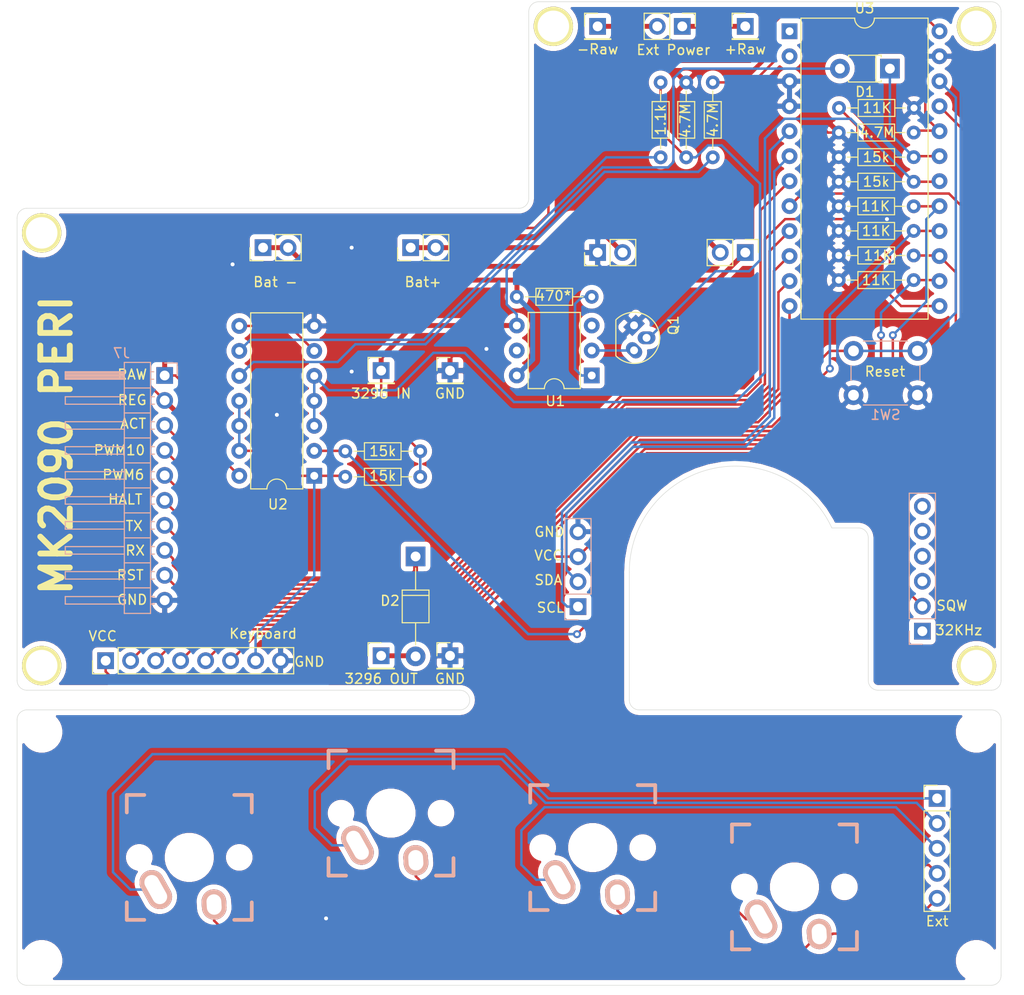
<source format=kicad_pcb>
(kicad_pcb (version 20171130) (host pcbnew "(5.1.2)-2")
  (layers (0 F.Cu signal) (31 B.Cu signal) (34 B.Paste user hide) (35 F.Paste user hide) (36 B.SilkS user hide) (37 F.SilkS user) (38 B.Mask user) (39 F.Mask user) (44 Edge.Cuts user))
  (net 0 "")
  (net 1 "Net-(D1-Pad1)")
  (net 2 "Net-(D1-Pad2)")
  (net 3 "Net-(D2-Pad2)")
  (net 4 "Net-(D2-Pad1)")
  (net 5 "Net-(J1-Pad1)")
  (net 6 "Net-(J3-Pad1)")
  (net 7 GND)
  (net 8 "Net-(J5-Pad1)")
  (net 9 "Net-(J7-Pad9)")
  (net 10 "Net-(J7-Pad8)")
  (net 11 "Net-(J7-Pad7)")
  (net 12 "Net-(J7-Pad6)")
  (net 13 "Net-(J7-Pad5)")
  (net 14 "Net-(J7-Pad4)")
  (net 15 "Net-(J7-Pad3)")
  (net 16 "Net-(J8-Pad7)")
  (net 17 "Net-(J8-Pad6)")
  (net 18 "Net-(J8-Pad5)")
  (net 19 "Net-(J8-Pad4)")
  (net 20 "Net-(J8-Pad3)")
  (net 21 "Net-(J8-Pad2)")
  (net 22 "Net-(J8-Pad1)")
  (net 23 "Net-(J9-Pad2)")
  (net 24 "Net-(J9-Pad1)")
  (net 25 "Net-(J10-Pad6)")
  (net 26 "Net-(J10-Pad5)")
  (net 27 "Net-(J10-Pad4)")
  (net 28 "Net-(J10-Pad3)")
  (net 29 "Net-(J10-Pad2)")
  (net 30 "Net-(J10-Pad1)")
  (net 31 "Net-(R1-Pad1)")
  (net 32 "Net-(Q1-Pad2)")
  (net 33 "Net-(R3-Pad2)")
  (net 34 "Net-(R6-Pad2)")
  (net 35 "Net-(R7-Pad1)")
  (net 36 "Net-(U2-Pad6)")
  (net 37 "Net-(U3-Pad2)")
  (net 38 "Net-(U3-Pad1)")
  (net 39 "Net-(U1-Pad3)")
  (net 40 "Net-(U1-Pad5)")
  (net 41 "Net-(Q1-Pad3)")
  (net 42 "Net-(J13-Pad2)")
  (net 43 "Net-(J14-Pad1)")
  (net 44 "Net-(J15-Pad1)")
  (net 45 "Net-(J16-Pad4)")
  (net 46 "Net-(J16-Pad3)")
  (net 47 "Net-(J16-Pad2)")
  (net 48 "Net-(J16-Pad1)")
  (net 49 "Net-(J16-Pad5)")
  (module Mounting_Holes:MountingHole_3.2mm_M3 (layer F.Cu) (at 147.5 144.25)
    (fp_text reference REF** hide)
    (fp_text value MountingHole_3.2mm_M3)
    (pad 1 np_thru_hole circle (at 0 0) (size 3.2 3.2) (drill 3.2) (layers *.Cu *.Mask))
  )
  (module Mounting_Holes:MountingHole_3.2mm_M3 (layer F.Cu) (at 52.5 144.25)
    (fp_text reference REF** hide)
    (fp_text value MountingHole_3.2mm_M3)
    (pad 1 np_thru_hole circle (at 0 0) (size 3.2 3.2) (drill 3.2) (layers *.Cu *.Mask))
  )
  (module Mounting_Holes:MountingHole_3.2mm_M3 (layer F.Cu) (at 147.5 167.5)
    (fp_text reference REF** hide)
    (fp_text value MountingHole_3.2mm_M3)
    (pad 1 np_thru_hole circle (at 0 0) (size 3.2 3.2) (drill 3.2) (layers *.Cu *.Mask))
  )
  (module Mounting_Holes:MountingHole_3.2mm_M3 (layer F.Cu) (at 52.5 167.5)
    (fp_text reference REF** hide)
    (fp_text value MountingHole_3.2mm_M3)
    (pad 1 np_thru_hole circle (at 0 0) (size 3.2 3.2) (drill 3.2) (layers *.Cu *.Mask))
  )
  (module Resistors_THT:R_Axial_DIN0204_L3.6mm_D1.6mm_P7.62mm_Horizontal (layer F.Cu) (at 133.5 90.8)
    (fp_text reference R10 hide)
    (fp_text value 11K (at 3.75 0) (layer F.SilkS))
    (pad 2 thru_hole oval (at 7.62 0) (size 1.4 1.4) (drill 0.7) (layers *.Cu *.Mask) (net 19 "Net-(J8-Pad4)"))
    (pad 1 thru_hole circle (at 0 0) (size 1.4 1.4) (drill 0.7) (layers *.Cu *.Mask) (net 7 GND))
  )
  (module Resistors_THT:R_Axial_DIN0204_L3.6mm_D1.6mm_P7.62mm_Horizontal (layer F.Cu) (at 141.15 80.8 180)
    (fp_text reference R14 hide)
    (fp_text value 11K (at 3.75 0) (layer F.SilkS))
    (pad 2 thru_hole oval (at 7.62 0 180) (size 1.4 1.4) (drill 0.7) (layers *.Cu *.Mask) (net 17 "Net-(J8-Pad6)"))
    (pad 1 thru_hole circle (at 0 0 180) (size 1.4 1.4) (drill 0.7) (layers *.Cu *.Mask) (net 7 GND))
  )
  (module Housings_DIP:DIP-14_W7.62mm (layer F.Cu) (at 80.2 118.2 180)
    (fp_text reference U2 (at 3.7 -2.9) (layer F.SilkS))
    (fp_text value 4023)
    (pad 14 thru_hole oval (at 7.62 0 180) (size 1.6 1.6) (drill 0.8) (layers *.Cu *.Mask) (net 6 "Net-(J3-Pad1)"))
    (pad 7 thru_hole oval (at 0 15.24 180) (size 1.6 1.6) (drill 0.8) (layers *.Cu *.Mask) (net 7 GND))
    (pad 13 thru_hole oval (at 7.62 2.54 180) (size 1.6 1.6) (drill 0.8) (layers *.Cu *.Mask) (net 16 "Net-(J8-Pad7)"))
    (pad 6 thru_hole oval (at 0 12.7 180) (size 1.6 1.6) (drill 0.8) (layers *.Cu *.Mask) (net 36 "Net-(U2-Pad6)"))
    (pad 12 thru_hole oval (at 7.62 5.08 180) (size 1.6 1.6) (drill 0.8) (layers *.Cu *.Mask) (net 16 "Net-(J8-Pad7)"))
    (pad 5 thru_hole oval (at 0 10.16 180) (size 1.6 1.6) (drill 0.8) (layers *.Cu *.Mask) (net 34 "Net-(R6-Pad2)"))
    (pad 11 thru_hole oval (at 7.62 7.62 180) (size 1.6 1.6) (drill 0.8) (layers *.Cu *.Mask) (net 16 "Net-(J8-Pad7)"))
    (pad 4 thru_hole oval (at 0 7.62 180) (size 1.6 1.6) (drill 0.8) (layers *.Cu *.Mask) (net 34 "Net-(R6-Pad2)"))
    (pad 10 thru_hole oval (at 7.62 10.16 180) (size 1.6 1.6) (drill 0.8) (layers *.Cu *.Mask) (net 2 "Net-(D1-Pad2)"))
    (pad 3 thru_hole oval (at 0 5.08 180) (size 1.6 1.6) (drill 0.8) (layers *.Cu *.Mask) (net 34 "Net-(R6-Pad2)"))
    (pad 9 thru_hole oval (at 7.62 12.7 180) (size 1.6 1.6) (drill 0.8) (layers *.Cu *.Mask) (net 33 "Net-(R3-Pad2)"))
    (pad 2 thru_hole oval (at 0 2.54 180) (size 1.6 1.6) (drill 0.8) (layers *.Cu *.Mask) (net 29 "Net-(J10-Pad2)"))
    (pad 8 thru_hole oval (at 7.62 15.24 180) (size 1.6 1.6) (drill 0.8) (layers *.Cu *.Mask) (net 36 "Net-(U2-Pad6)"))
    (pad 1 thru_hole rect (at 0 0 180) (size 1.6 1.6) (drill 0.8) (layers *.Cu *.Mask) (net 16 "Net-(J8-Pad7)"))
  )
  (module keyboard_parts:HOLE_M3 (layer F.Cu) (at 147.5 72.5)
    (fp_text reference HOLE_M3 hide)
    (fp_text value VAL** hide)
    (pad 1 thru_hole circle (at 0 0) (size 4 4) (drill 3.2) (layers *.Cu *.Mask F.SilkS))
  )
  (module keyboard_parts:HOLE_M3 (layer F.Cu) (at 104.5 72.5)
    (fp_text reference HOLE_M3 hide)
    (fp_text value VAL** hide)
    (pad 1 thru_hole circle (at 0 0) (size 4 4) (drill 3.2) (layers *.Cu *.Mask F.SilkS))
  )
  (module keyboard_parts:HOLE_M3 (layer F.Cu) (at 52.5 93.5)
    (fp_text reference HOLE_M3 hide)
    (fp_text value VAL** hide)
    (pad 1 thru_hole circle (at 0 0) (size 4 4) (drill 3.2) (layers *.Cu *.Mask F.SilkS))
  )
  (module keyboard_parts:HOLE_M3 (layer F.Cu) (at 147.5 137.5)
    (fp_text reference HOLE_M3 hide)
    (fp_text value VAL** hide)
    (pad 1 thru_hole circle (at 0 0) (size 4 4) (drill 3.2) (layers *.Cu *.Mask F.SilkS))
  )
  (module keyboard_parts:HOLE_M3 (layer F.Cu) (at 52.5 137.5)
    (fp_text reference HOLE_M3 hide)
    (fp_text value VAL** hide)
    (pad 1 thru_hole circle (at 0 0) (size 4 4) (drill 3.2) (layers *.Cu *.Mask F.SilkS))
  )
  (module Pin_Headers:Pin_Header_Straight_1x01_Pitch2.54mm (layer F.Cu) (at 124 72.5)
    (fp_text reference J1 hide)
    (fp_text value +Raw (at 0 2.33) (layer F.SilkS))
    (pad 1 thru_hole rect (at 0 0) (size 1.7 1.7) (drill 1) (layers *.Cu *.Mask) (net 5 "Net-(J1-Pad1)"))
  )
  (module Pin_Headers:Pin_Header_Straight_1x01_Pitch2.54mm (layer F.Cu) (at 109 72.5)
    (fp_text reference J2 hide)
    (fp_text value -Raw (at 0 2.33) (layer F.SilkS))
    (pad 1 thru_hole rect (at 0 0) (size 1.7 1.7) (drill 1) (layers *.Cu *.Mask) (net 42 "Net-(J13-Pad2)"))
  )
  (module Pin_Headers:Pin_Header_Straight_1x02_Pitch2.54mm (layer F.Cu) (at 124 95.5 270)
    (fp_text reference J3 hide)
    (fp_text value "03962a (POS)")
    (pad 1 thru_hole rect (at 0 0 270) (size 1.7 1.7) (drill 1) (layers *.Cu *.Mask) (net 6 "Net-(J3-Pad1)"))
    (pad 2 thru_hole oval (at 0 2.54 270) (size 1.7 1.7) (drill 1) (layers *.Cu *.Mask) (net 43 "Net-(J14-Pad1)"))
  )
  (module Pin_Headers:Pin_Header_Straight_1x02_Pitch2.54mm (layer F.Cu) (at 109 95.5 90)
    (fp_text reference J4 hide)
    (fp_text value "03962a (NEG)")
    (pad 2 thru_hole oval (at 0 2.54 90) (size 1.7 1.7) (drill 1) (layers *.Cu *.Mask) (net 44 "Net-(J15-Pad1)"))
    (pad 1 thru_hole rect (at 0 0 90) (size 1.7 1.7) (drill 1) (layers *.Cu *.Mask) (net 7 GND))
  )
  (module Pin_Headers:Pin_Header_Straight_1x01_Pitch2.54mm (layer F.Cu) (at 87 107.5)
    (fp_text reference J5)
    (fp_text value "3296 IN" (at 0 2.33) (layer F.SilkS))
    (pad 1 thru_hole rect (at 0 0) (size 1.7 1.7) (drill 1) (layers *.Cu *.Mask) (net 8 "Net-(J5-Pad1)"))
  )
  (module Pin_Headers:Pin_Header_Angled_1x10_Pitch2.54mm (layer B.Cu) (at 65 108 180)
    (fp_text reference J7 (at 4.385 2.27) (layer B.SilkS) (effects (justify mirror)))
    (fp_text value "MK2090 PROC")
    (pad 10 thru_hole oval (at 0 -22.86 180) (size 1.7 1.7) (drill 1) (layers *.Cu *.Mask) (net 7 GND))
    (pad 9 thru_hole oval (at 0 -20.32 180) (size 1.7 1.7) (drill 1) (layers *.Cu *.Mask) (net 9 "Net-(J7-Pad9)"))
    (pad 8 thru_hole oval (at 0 -17.78 180) (size 1.7 1.7) (drill 1) (layers *.Cu *.Mask) (net 10 "Net-(J7-Pad8)"))
    (pad 7 thru_hole oval (at 0 -15.24 180) (size 1.7 1.7) (drill 1) (layers *.Cu *.Mask) (net 11 "Net-(J7-Pad7)"))
    (pad 6 thru_hole oval (at 0 -12.7 180) (size 1.7 1.7) (drill 1) (layers *.Cu *.Mask) (net 12 "Net-(J7-Pad6)"))
    (pad 5 thru_hole oval (at 0 -10.16 180) (size 1.7 1.7) (drill 1) (layers *.Cu *.Mask) (net 13 "Net-(J7-Pad5)"))
    (pad 4 thru_hole oval (at 0 -7.62 180) (size 1.7 1.7) (drill 1) (layers *.Cu *.Mask) (net 14 "Net-(J7-Pad4)"))
    (pad 3 thru_hole oval (at 0 -5.08 180) (size 1.7 1.7) (drill 1) (layers *.Cu *.Mask) (net 15 "Net-(J7-Pad3)"))
    (pad 2 thru_hole oval (at 0 -2.54 180) (size 1.7 1.7) (drill 1) (layers *.Cu *.Mask) (net 4 "Net-(D2-Pad1)"))
    (pad 1 thru_hole rect (at 0 0 180) (size 1.7 1.7) (drill 1) (layers *.Cu *.Mask) (net 6 "Net-(J3-Pad1)"))
  )
  (module Pin_Headers:Pin_Header_Straight_1x08_Pitch2.54mm (layer F.Cu) (at 59 137 90)
    (fp_text reference J8 hide)
    (fp_text value Keyboard (at 2.75 16 180) (layer F.SilkS))
    (pad 8 thru_hole oval (at 0 17.78 90) (size 1.7 1.7) (drill 1) (layers *.Cu *.Mask) (net 7 GND))
    (pad 7 thru_hole oval (at 0 15.24 90) (size 1.7 1.7) (drill 1) (layers *.Cu *.Mask) (net 16 "Net-(J8-Pad7)"))
    (pad 6 thru_hole oval (at 0 12.7 90) (size 1.7 1.7) (drill 1) (layers *.Cu *.Mask) (net 17 "Net-(J8-Pad6)"))
    (pad 5 thru_hole oval (at 0 10.16 90) (size 1.7 1.7) (drill 1) (layers *.Cu *.Mask) (net 18 "Net-(J8-Pad5)"))
    (pad 4 thru_hole oval (at 0 7.62 90) (size 1.7 1.7) (drill 1) (layers *.Cu *.Mask) (net 19 "Net-(J8-Pad4)"))
    (pad 3 thru_hole oval (at 0 5.08 90) (size 1.7 1.7) (drill 1) (layers *.Cu *.Mask) (net 20 "Net-(J8-Pad3)"))
    (pad 2 thru_hole oval (at 0 2.54 90) (size 1.7 1.7) (drill 1) (layers *.Cu *.Mask) (net 21 "Net-(J8-Pad2)"))
    (pad 1 thru_hole rect (at 0 0 90) (size 1.7 1.7) (drill 1) (layers *.Cu *.Mask) (net 22 "Net-(J8-Pad1)"))
  )
  (module Pin_Headers:Pin_Header_Straight_1x04_Pitch2.54mm (layer B.Cu) (at 107 131.5)
    (fp_text reference J9 hide)
    (fp_text value RTC)
    (pad 4 thru_hole oval (at 0 -7.62) (size 1.7 1.7) (drill 1) (layers *.Cu *.Mask) (net 7 GND))
    (pad 3 thru_hole oval (at 0 -5.08) (size 1.7 1.7) (drill 1) (layers *.Cu *.Mask) (net 22 "Net-(J8-Pad1)"))
    (pad 2 thru_hole oval (at 0 -2.54) (size 1.7 1.7) (drill 1) (layers *.Cu *.Mask) (net 23 "Net-(J9-Pad2)"))
    (pad 1 thru_hole rect (at 0 0) (size 1.7 1.7) (drill 1) (layers *.Cu *.Mask) (net 24 "Net-(J9-Pad1)"))
  )
  (module Pin_Headers:Pin_Header_Straight_1x06_Pitch2.54mm (layer B.Cu) (at 142 134)
    (fp_text reference J10 hide)
    (fp_text value DS3231)
    (pad 6 thru_hole oval (at 0 -12.7) (size 1.7 1.7) (drill 1) (layers *.Cu *.Mask) (net 25 "Net-(J10-Pad6)"))
    (pad 5 thru_hole oval (at 0 -10.16) (size 1.7 1.7) (drill 1) (layers *.Cu *.Mask) (net 26 "Net-(J10-Pad5)"))
    (pad 4 thru_hole oval (at 0 -7.62) (size 1.7 1.7) (drill 1) (layers *.Cu *.Mask) (net 27 "Net-(J10-Pad4)"))
    (pad 3 thru_hole oval (at 0 -5.08) (size 1.7 1.7) (drill 1) (layers *.Cu *.Mask) (net 28 "Net-(J10-Pad3)"))
    (pad 2 thru_hole oval (at 0 -2.54) (size 1.7 1.7) (drill 1) (layers *.Cu *.Mask) (net 29 "Net-(J10-Pad2)"))
    (pad 1 thru_hole rect (at 0 0) (size 1.7 1.7) (drill 1) (layers *.Cu *.Mask) (net 30 "Net-(J10-Pad1)"))
  )
  (module Housings_DIP:DIP-6_W7.62mm (layer F.Cu) (at 108.4 108 180)
    (fp_text reference U1 (at 3.7 -2.6) (layer F.SilkS))
    (fp_text value TLP3544 hide)
    (pad 6 thru_hole oval (at 7.62 0 180) (size 1.6 1.6) (drill 0.8) (layers *.Cu *.Mask) (net 6 "Net-(J3-Pad1)"))
    (pad 3 thru_hole oval (at 0 5.08 180) (size 1.6 1.6) (drill 0.8) (layers *.Cu *.Mask) (net 39 "Net-(U1-Pad3)"))
    (pad 5 thru_hole oval (at 7.62 2.54 180) (size 1.6 1.6) (drill 0.8) (layers *.Cu *.Mask) (net 40 "Net-(U1-Pad5)"))
    (pad 2 thru_hole oval (at 0 2.54 180) (size 1.6 1.6) (drill 0.8) (layers *.Cu *.Mask) (net 41 "Net-(Q1-Pad3)"))
    (pad 4 thru_hole oval (at 7.62 5.08 180) (size 1.6 1.6) (drill 0.8) (layers *.Cu *.Mask) (net 8 "Net-(J5-Pad1)"))
    (pad 1 thru_hole rect (at 0 0 180) (size 1.6 1.6) (drill 0.8) (layers *.Cu *.Mask) (net 31 "Net-(R1-Pad1)"))
  )
  (module Pin_Headers:Pin_Header_Straight_1x02_Pitch2.54mm (layer F.Cu) (at 117.6 72.5 270)
    (fp_text reference J13 hide)
    (fp_text value "Ext Power" (at 2.4 0.9 180) (layer F.SilkS))
    (pad 2 thru_hole oval (at 0 2.54 270) (size 1.7 1.7) (drill 1) (layers *.Cu *.Mask) (net 42 "Net-(J13-Pad2)"))
    (pad 1 thru_hole rect (at 0 0 270) (size 1.7 1.7) (drill 1) (layers *.Cu *.Mask) (net 5 "Net-(J1-Pad1)"))
  )
  (module Pin_Headers:Pin_Header_Straight_1x02_Pitch2.54mm (layer F.Cu) (at 90 95 90)
    (fp_text reference J14 hide)
    (fp_text value Bat+ (at -3.5 1.25 180) (layer F.SilkS))
    (pad 1 thru_hole rect (at 0 0 90) (size 1.7 1.7) (drill 1) (layers *.Cu *.Mask) (net 43 "Net-(J14-Pad1)"))
    (pad 2 thru_hole oval (at 0 2.54 90) (size 1.7 1.7) (drill 1) (layers *.Cu *.Mask) (net 43 "Net-(J14-Pad1)"))
  )
  (module Pin_Headers:Pin_Header_Straight_1x02_Pitch2.54mm (layer F.Cu) (at 75 95 90)
    (fp_text reference J15 hide)
    (fp_text value "Bat -" (at -3.5 1.25 180) (layer F.SilkS))
    (pad 2 thru_hole oval (at 0 2.54 90) (size 1.7 1.7) (drill 1) (layers *.Cu *.Mask) (net 44 "Net-(J15-Pad1)"))
    (pad 1 thru_hole rect (at 0 0 90) (size 1.7 1.7) (drill 1) (layers *.Cu *.Mask) (net 44 "Net-(J15-Pad1)"))
  )
  (module TO_SOT_Packages_THT:TO-92_Molded_Narrow_Oval (layer F.Cu) (at 112.7 102.9 270)
    (fp_text reference Q1 (at 0 -4 90) (layer F.SilkS))
    (fp_text value 2N7000)
    (pad 3 thru_hole oval (at 2.54 0 315) (size 1.8 1.3) (drill 0.8) (layers *.Cu *.Mask) (net 41 "Net-(Q1-Pad3)"))
    (pad 1 thru_hole rect (at 0 0 315) (size 1.3 1.8) (drill 0.8) (layers *.Cu *.Mask) (net 7 GND))
    (pad 2 thru_hole oval (at 1.27 -1.27) (size 1.8 1.3) (drill 0.8) (layers *.Cu *.Mask) (net 32 "Net-(Q1-Pad2)"))
  )
  (module Resistors_THT:R_Axial_DIN0204_L3.6mm_D1.6mm_P7.62mm_Horizontal (layer F.Cu) (at 108.4 100 180)
    (fp_text reference R1 hide)
    (fp_text value 470* (at 3.9 0.1) (layer F.SilkS))
    (pad 2 thru_hole oval (at 7.62 0 180) (size 1.4 1.4) (drill 0.7) (layers *.Cu *.Mask) (net 6 "Net-(J3-Pad1)"))
    (pad 1 thru_hole circle (at 0 0 180) (size 1.4 1.4) (drill 0.7) (layers *.Cu *.Mask) (net 31 "Net-(R1-Pad1)"))
  )
  (module Resistors_THT:R_Axial_DIN0204_L3.6mm_D1.6mm_P7.62mm_Horizontal (layer F.Cu) (at 118 78.2 270)
    (fp_text reference R2 hide)
    (fp_text value 4.7M (at 3.9 0.1 90) (layer F.SilkS))
    (pad 1 thru_hole circle (at 0 0 270) (size 1.4 1.4) (drill 0.7) (layers *.Cu *.Mask) (net 7 GND))
    (pad 2 thru_hole oval (at 7.62 0 270) (size 1.4 1.4) (drill 0.7) (layers *.Cu *.Mask) (net 32 "Net-(Q1-Pad2)"))
  )
  (module Resistors_THT:R_Axial_DIN0204_L3.6mm_D1.6mm_P7.62mm_Horizontal (layer F.Cu) (at 115.4 78.2 270)
    (fp_text reference R3 hide)
    (fp_text value 1.1k (at 3.8 0 90) (layer F.SilkS))
    (pad 1 thru_hole circle (at 0 0 270) (size 1.4 1.4) (drill 0.7) (layers *.Cu *.Mask) (net 32 "Net-(Q1-Pad2)"))
    (pad 2 thru_hole oval (at 7.62 0 270) (size 1.4 1.4) (drill 0.7) (layers *.Cu *.Mask) (net 33 "Net-(R3-Pad2)"))
  )
  (module Resistors_THT:R_Axial_DIN0204_L3.6mm_D1.6mm_P7.62mm_Horizontal (layer F.Cu) (at 83.35 118.3)
    (fp_text reference R4 hide)
    (fp_text value 15k (at 3.81 -0.1) (layer F.SilkS))
    (pad 2 thru_hole oval (at 7.62 0) (size 1.4 1.4) (drill 0.7) (layers *.Cu *.Mask) (net 8 "Net-(J5-Pad1)"))
    (pad 1 thru_hole circle (at 0 0) (size 1.4 1.4) (drill 0.7) (layers *.Cu *.Mask) (net 16 "Net-(J8-Pad7)"))
  )
  (module Resistors_THT:R_Axial_DIN0204_L3.6mm_D1.6mm_P7.62mm_Horizontal (layer F.Cu) (at 83.35 115.7)
    (fp_text reference R5 hide)
    (fp_text value 15k (at 3.81 0) (layer F.SilkS))
    (pad 1 thru_hole circle (at 0 0) (size 1.4 1.4) (drill 0.7) (layers *.Cu *.Mask) (net 29 "Net-(J10-Pad2)"))
    (pad 2 thru_hole oval (at 7.62 0) (size 1.4 1.4) (drill 0.7) (layers *.Cu *.Mask) (net 8 "Net-(J5-Pad1)"))
  )
  (module Resistors_THT:R_Axial_DIN0204_L3.6mm_D1.6mm_P7.62mm_Horizontal (layer F.Cu) (at 133.5 88.3)
    (fp_text reference R6 hide)
    (fp_text value 15k (at 3.81 0) (layer F.SilkS))
    (pad 1 thru_hole circle (at 0 0) (size 1.4 1.4) (drill 0.7) (layers *.Cu *.Mask) (net 7 GND))
    (pad 2 thru_hole oval (at 7.62 0) (size 1.4 1.4) (drill 0.7) (layers *.Cu *.Mask) (net 34 "Net-(R6-Pad2)"))
  )
  (module Resistors_THT:R_Axial_DIN0204_L3.6mm_D1.6mm_P7.62mm_Horizontal (layer F.Cu) (at 120.7 78.2 270)
    (fp_text reference R7 hide)
    (fp_text value 4.7M (at 3.81 0 90) (layer F.SilkS))
    (pad 1 thru_hole circle (at 0 0 270) (size 1.4 1.4) (drill 0.7) (layers *.Cu *.Mask) (net 35 "Net-(R7-Pad1)"))
    (pad 2 thru_hole oval (at 7.62 0 270) (size 1.4 1.4) (drill 0.7) (layers *.Cu *.Mask) (net 8 "Net-(J5-Pad1)"))
  )
  (module Resistors_THT:R_Axial_DIN0204_L3.6mm_D1.6mm_P7.62mm_Horizontal (layer F.Cu) (at 133.5 83.3)
    (fp_text reference R8 hide)
    (fp_text value 4.7M (at 3.9 0) (layer F.SilkS))
    (pad 2 thru_hole oval (at 7.62 0) (size 1.4 1.4) (drill 0.7) (layers *.Cu *.Mask) (net 35 "Net-(R7-Pad1)"))
    (pad 1 thru_hole circle (at 0 0) (size 1.4 1.4) (drill 0.7) (layers *.Cu *.Mask) (net 7 GND))
  )
  (module Resistors_THT:R_Axial_DIN0204_L3.6mm_D1.6mm_P7.62mm_Horizontal (layer F.Cu) (at 133.5 85.8)
    (fp_text reference R9 hide)
    (fp_text value 15k (at 3.81 0) (layer F.SilkS))
    (pad 2 thru_hole oval (at 7.62 0) (size 1.4 1.4) (drill 0.7) (layers *.Cu *.Mask) (net 1 "Net-(D1-Pad1)"))
    (pad 1 thru_hole circle (at 0 0) (size 1.4 1.4) (drill 0.7) (layers *.Cu *.Mask) (net 7 GND))
  )
  (module Resistors_THT:R_Axial_DIN0204_L3.6mm_D1.6mm_P7.62mm_Horizontal (layer F.Cu) (at 133.5 93.3)
    (fp_text reference R11 hide)
    (fp_text value 11K (at 3.81 0) (layer F.SilkS))
    (pad 1 thru_hole circle (at 0 0) (size 1.4 1.4) (drill 0.7) (layers *.Cu *.Mask) (net 7 GND))
    (pad 2 thru_hole oval (at 7.62 0) (size 1.4 1.4) (drill 0.7) (layers *.Cu *.Mask) (net 21 "Net-(J8-Pad2)"))
  )
  (module Resistors_THT:R_Axial_DIN0204_L3.6mm_D1.6mm_P7.62mm_Horizontal (layer F.Cu) (at 133.5 95.8)
    (fp_text reference R12 hide)
    (fp_text value 11K (at 4 0) (layer F.SilkS))
    (pad 2 thru_hole oval (at 7.62 0) (size 1.4 1.4) (drill 0.7) (layers *.Cu *.Mask) (net 18 "Net-(J8-Pad5)"))
    (pad 1 thru_hole circle (at 0 0) (size 1.4 1.4) (drill 0.7) (layers *.Cu *.Mask) (net 7 GND))
  )
  (module Resistors_THT:R_Axial_DIN0204_L3.6mm_D1.6mm_P7.62mm_Horizontal (layer F.Cu) (at 133.5 98.3)
    (fp_text reference R13 hide)
    (fp_text value 11K (at 3.81 0) (layer F.SilkS))
    (pad 1 thru_hole circle (at 0 0) (size 1.4 1.4) (drill 0.7) (layers *.Cu *.Mask) (net 7 GND))
    (pad 2 thru_hole oval (at 7.62 0) (size 1.4 1.4) (drill 0.7) (layers *.Cu *.Mask) (net 20 "Net-(J8-Pad3)"))
  )
  (module Pin_Headers:Pin_Header_Straight_1x01_Pitch2.54mm (layer F.Cu) (at 94 107.5)
    (fp_text reference J6 hide)
    (fp_text value GND (at 0 2.33) (layer F.SilkS))
    (pad 1 thru_hole rect (at 0 0) (size 1.7 1.7) (drill 1) (layers *.Cu *.Mask) (net 7 GND))
  )
  (module Pin_Headers:Pin_Header_Straight_1x01_Pitch2.54mm (layer F.Cu) (at 94 136.5)
    (fp_text reference J12 hide)
    (fp_text value GND (at 0 2.33) (layer F.SilkS))
    (pad 1 thru_hole rect (at 0 0) (size 1.7 1.7) (drill 1) (layers *.Cu *.Mask) (net 7 GND))
  )
  (module Pin_Headers:Pin_Header_Straight_1x01_Pitch2.54mm (layer F.Cu) (at 87 136.5)
    (fp_text reference J11)
    (fp_text value "3296 OUT" (at 0 2.33) (layer F.SilkS))
    (pad 1 thru_hole rect (at 0 0) (size 1.7 1.7) (drill 1) (layers *.Cu *.Mask) (net 3 "Net-(D2-Pad2)"))
  )
  (module Diodes_THT:D_T-1_P5.08mm_Horizontal (layer F.Cu) (at 138.7 76.8 180)
    (fp_text reference D1 (at 2.54 -2.36) (layer F.SilkS))
    (fp_text value 1N5819)
    (pad 2 thru_hole oval (at 5.08 0 180) (size 2 2) (drill 1) (layers *.Cu *.Mask) (net 2 "Net-(D1-Pad2)"))
    (pad 1 thru_hole rect (at 0 0 180) (size 2 2) (drill 1) (layers *.Cu *.Mask) (net 1 "Net-(D1-Pad1)"))
  )
  (module Diodes_THT:D_T-1_P10.16mm_Horizontal (layer F.Cu) (at 90.5 126.4 270)
    (fp_text reference D2 (at 4.5 2.6 180) (layer F.SilkS))
    (fp_text value 1N4004 hide)
    (pad 2 thru_hole oval (at 10.16 0 270) (size 2 2) (drill 1) (layers *.Cu *.Mask) (net 3 "Net-(D2-Pad2)"))
    (pad 1 thru_hole rect (at 0 0 270) (size 2 2) (drill 1) (layers *.Cu *.Mask) (net 4 "Net-(D2-Pad1)"))
  )
  (module Pin_Headers:Pin_Header_Straight_1x05_Pitch2.54mm (layer F.Cu) (at 143.5 151)
    (fp_text reference J16)
    (fp_text value Ext (at 0 12.49) (layer F.SilkS))
    (pad 5 thru_hole oval (at 0 10.16) (size 1.7 1.7) (drill 1) (layers *.Cu *.Mask) (net 49 "Net-(J16-Pad5)"))
    (pad 4 thru_hole oval (at 0 7.62) (size 1.7 1.7) (drill 1) (layers *.Cu *.Mask) (net 45 "Net-(J16-Pad4)"))
    (pad 3 thru_hole oval (at 0 5.08) (size 1.7 1.7) (drill 1) (layers *.Cu *.Mask) (net 46 "Net-(J16-Pad3)"))
    (pad 2 thru_hole oval (at 0 2.54) (size 1.7 1.7) (drill 1) (layers *.Cu *.Mask) (net 47 "Net-(J16-Pad2)"))
    (pad 1 thru_hole rect (at 0 0) (size 1.7 1.7) (drill 1) (layers *.Cu *.Mask) (net 48 "Net-(J16-Pad1)"))
  )
  (module keebs:Mx_Alps_100 (layer B.Cu) (at 67.5 157)
    (fp_text reference SW2)
    (fp_text value E hide)
    (pad 2 thru_hole oval (at 2.52 4.79 3.9) (size 2.5 3.08) (drill oval 1.5 2.08) (layers *.Cu *.Mask B.SilkS) (net 49 "Net-(J16-Pad5)"))
    (pad 1 thru_hole oval (at -3.405 3.27 29.05) (size 2.5 4.17) (drill oval 1.5 3.17) (layers *.Cu *.Mask B.SilkS) (net 48 "Net-(J16-Pad1)"))
    (pad HOLE np_thru_hole circle (at 5.08 0) (size 1.7018 1.7018) (drill 1.7018) (layers *.Cu))
    (pad HOLE np_thru_hole circle (at -5.08 0) (size 1.7018 1.7018) (drill 1.7018) (layers *.Cu))
    (pad HOLE np_thru_hole circle (at 0 0) (size 3.9878 3.9878) (drill 3.9878) (layers *.Cu))
  )
  (module keebs:Mx_Alps_100 (layer B.Cu) (at 88 152.5)
    (fp_text reference SW3)
    (fp_text value A hide)
    (pad HOLE np_thru_hole circle (at 0 0) (size 3.9878 3.9878) (drill 3.9878) (layers *.Cu))
    (pad HOLE np_thru_hole circle (at -5.08 0) (size 1.7018 1.7018) (drill 1.7018) (layers *.Cu))
    (pad HOLE np_thru_hole circle (at 5.08 0) (size 1.7018 1.7018) (drill 1.7018) (layers *.Cu))
    (pad 1 thru_hole oval (at -3.405 3.27 29.05) (size 2.5 4.17) (drill oval 1.5 3.17) (layers *.Cu *.Mask B.SilkS) (net 47 "Net-(J16-Pad2)"))
    (pad 2 thru_hole oval (at 2.52 4.79 3.9) (size 2.5 3.08) (drill oval 1.5 2.08) (layers *.Cu *.Mask B.SilkS) (net 49 "Net-(J16-Pad5)"))
  )
  (module keebs:Mx_Alps_100 (layer B.Cu) (at 108.5 156)
    (fp_text reference SW4)
    (fp_text value L hide)
    (pad 2 thru_hole oval (at 2.52 4.79 3.9) (size 2.5 3.08) (drill oval 1.5 2.08) (layers *.Cu *.Mask B.SilkS) (net 49 "Net-(J16-Pad5)"))
    (pad 1 thru_hole oval (at -3.405 3.27 29.05) (size 2.5 4.17) (drill oval 1.5 3.17) (layers *.Cu *.Mask B.SilkS) (net 46 "Net-(J16-Pad3)"))
    (pad HOLE np_thru_hole circle (at 5.08 0) (size 1.7018 1.7018) (drill 1.7018) (layers *.Cu))
    (pad HOLE np_thru_hole circle (at -5.08 0) (size 1.7018 1.7018) (drill 1.7018) (layers *.Cu))
    (pad HOLE np_thru_hole circle (at 0 0) (size 3.9878 3.9878) (drill 3.9878) (layers *.Cu))
  )
  (module keebs:Mx_Alps_100 (layer B.Cu) (at 129 160)
    (fp_text reference SW5)
    (fp_text value Spec hide)
    (pad HOLE np_thru_hole circle (at 0 0) (size 3.9878 3.9878) (drill 3.9878) (layers *.Cu))
    (pad HOLE np_thru_hole circle (at -5.08 0) (size 1.7018 1.7018) (drill 1.7018) (layers *.Cu))
    (pad HOLE np_thru_hole circle (at 5.08 0) (size 1.7018 1.7018) (drill 1.7018) (layers *.Cu))
    (pad 1 thru_hole oval (at -3.405 3.27 29.05) (size 2.5 4.17) (drill oval 1.5 3.17) (layers *.Cu *.Mask B.SilkS) (net 45 "Net-(J16-Pad4)"))
    (pad 2 thru_hole oval (at 2.52 4.79 3.9) (size 2.5 3.08) (drill oval 1.5 2.08) (layers *.Cu *.Mask B.SilkS) (net 49 "Net-(J16-Pad5)"))
  )
  (module Buttons_Switches_THT:SW_PUSH_6mm (layer B.Cu) (at 135 110)
    (fp_text reference SW1 (at 3.25 2) (layer B.SilkS) (effects (justify mirror)))
    (fp_text value Reset)
    (pad 1 thru_hole circle (at 6.5 0 270) (size 2 2) (drill 1.1) (layers *.Cu *.Mask) (net 7 GND))
    (pad 2 thru_hole circle (at 6.5 -4.5 270) (size 2 2) (drill 1.1) (layers *.Cu *.Mask) (net 9 "Net-(J7-Pad9)"))
    (pad 1 thru_hole circle (at 0 0 270) (size 2 2) (drill 1.1) (layers *.Cu *.Mask) (net 7 GND))
    (pad 2 thru_hole circle (at 0 -4.5 270) (size 2 2) (drill 1.1) (layers *.Cu *.Mask) (net 9 "Net-(J7-Pad9)"))
  )
  (module Housings_DIP:DIP-24_W15.24mm (layer F.Cu) (at 128.5 73)
    (fp_text reference U3 (at 7.62 -2.33) (layer F.SilkS))
    (fp_text value ProMicro)
    (pad 24 thru_hole oval (at 15.24 0) (size 1.6 1.6) (drill 0.8) (layers *.Cu *.Mask) (net 4 "Net-(D2-Pad1)"))
    (pad 12 thru_hole oval (at 0 27.94) (size 1.6 1.6) (drill 0.8) (layers *.Cu *.Mask) (net 10 "Net-(J7-Pad8)"))
    (pad 23 thru_hole oval (at 15.24 2.54) (size 1.6 1.6) (drill 0.8) (layers *.Cu *.Mask) (net 7 GND))
    (pad 11 thru_hole oval (at 0 25.4) (size 1.6 1.6) (drill 0.8) (layers *.Cu *.Mask) (net 11 "Net-(J7-Pad7)"))
    (pad 22 thru_hole oval (at 15.24 5.08) (size 1.6 1.6) (drill 0.8) (layers *.Cu *.Mask) (net 9 "Net-(J7-Pad9)"))
    (pad 10 thru_hole oval (at 0 22.86) (size 1.6 1.6) (drill 0.8) (layers *.Cu *.Mask) (net 12 "Net-(J7-Pad6)"))
    (pad 21 thru_hole oval (at 15.24 7.62) (size 1.6 1.6) (drill 0.8) (layers *.Cu *.Mask) (net 22 "Net-(J8-Pad1)"))
    (pad 9 thru_hole oval (at 0 20.32) (size 1.6 1.6) (drill 0.8) (layers *.Cu *.Mask) (net 13 "Net-(J7-Pad5)"))
    (pad 20 thru_hole oval (at 15.24 10.16) (size 1.6 1.6) (drill 0.8) (layers *.Cu *.Mask) (net 35 "Net-(R7-Pad1)"))
    (pad 8 thru_hole oval (at 0 17.78) (size 1.6 1.6) (drill 0.8) (layers *.Cu *.Mask) (net 17 "Net-(J8-Pad6)"))
    (pad 19 thru_hole oval (at 15.24 12.7) (size 1.6 1.6) (drill 0.8) (layers *.Cu *.Mask) (net 1 "Net-(D1-Pad1)"))
    (pad 7 thru_hole oval (at 0 15.24) (size 1.6 1.6) (drill 0.8) (layers *.Cu *.Mask) (net 15 "Net-(J7-Pad3)"))
    (pad 18 thru_hole oval (at 15.24 15.24) (size 1.6 1.6) (drill 0.8) (layers *.Cu *.Mask) (net 34 "Net-(R6-Pad2)"))
    (pad 6 thru_hole oval (at 0 12.7) (size 1.6 1.6) (drill 0.8) (layers *.Cu *.Mask) (net 23 "Net-(J9-Pad2)"))
    (pad 17 thru_hole oval (at 15.24 17.78) (size 1.6 1.6) (drill 0.8) (layers *.Cu *.Mask) (net 19 "Net-(J8-Pad4)"))
    (pad 5 thru_hole oval (at 0 10.16) (size 1.6 1.6) (drill 0.8) (layers *.Cu *.Mask) (net 24 "Net-(J9-Pad1)"))
    (pad 16 thru_hole oval (at 15.24 20.32) (size 1.6 1.6) (drill 0.8) (layers *.Cu *.Mask) (net 21 "Net-(J8-Pad2)"))
    (pad 4 thru_hole oval (at 0 7.62) (size 1.6 1.6) (drill 0.8) (layers *.Cu *.Mask) (net 7 GND))
    (pad 15 thru_hole oval (at 15.24 22.86) (size 1.6 1.6) (drill 0.8) (layers *.Cu *.Mask) (net 18 "Net-(J8-Pad5)"))
    (pad 3 thru_hole oval (at 0 5.08) (size 1.6 1.6) (drill 0.8) (layers *.Cu *.Mask) (net 7 GND))
    (pad 14 thru_hole oval (at 15.24 25.4) (size 1.6 1.6) (drill 0.8) (layers *.Cu *.Mask) (net 20 "Net-(J8-Pad3)"))
    (pad 2 thru_hole oval (at 0 2.54) (size 1.6 1.6) (drill 0.8) (layers *.Cu *.Mask) (net 37 "Net-(U3-Pad2)"))
    (pad 13 thru_hole oval (at 15.24 27.94) (size 1.6 1.6) (drill 0.8) (layers *.Cu *.Mask) (net 14 "Net-(J7-Pad4)"))
    (pad 1 thru_hole rect (at 0 0) (size 1.6 1.6) (drill 0.8) (layers *.Cu *.Mask) (net 38 "Net-(U3-Pad1)"))
  )
  (gr_arc (start 113.22 141) (end 112.22 141) (angle -90) (layer Edge.Cuts) (width 0.05))
  (gr_arc (start 137.5 139) (end 136.5 139) (angle -90) (layer Edge.Cuts) (width 0.05))
  (gr_line (start 112.22 128) (end 112.22 141) (layer Edge.Cuts) (width 0.05))
  (gr_arc (start 95 141) (end 95 140) (angle 180) (layer Edge.Cuts) (width 0.05))
  (gr_line (start 135.5 123.5) (end 132.8 123.5) (layer Edge.Cuts) (width 0.05))
  (gr_line (start 136.5 124.5) (end 136.5 139) (layer Edge.Cuts) (width 0.05))
  (gr_arc (start 135.5 124.5) (end 136.5 124.5) (angle -90) (layer Edge.Cuts) (width 0.05))
  (gr_line (start 137.5 140) (end 149 140) (layer Edge.Cuts) (width 0.05))
  (gr_line (start 95 142) (end 51 142) (layer Edge.Cuts) (width 0.05))
  (gr_line (start 150 143) (end 150 169) (layer Edge.Cuts) (width 0.05))
  (gr_line (start 50 143) (end 50 169) (layer Edge.Cuts) (width 0.05))
  (gr_arc (start 51 143) (end 51 142) (angle -90) (layer Edge.Cuts) (width 0.05))
  (gr_line (start 113.22 142) (end 149 142) (layer Edge.Cuts) (width 0.05))
  (gr_arc (start 149 143) (end 150 143) (angle -90) (layer Edge.Cuts) (width 0.05))
  (gr_arc (start 149 169) (end 149 170) (angle -90) (layer Edge.Cuts) (width 0.05))
  (gr_line (start 51 170) (end 149 170) (layer Edge.Cuts) (width 0.05))
  (gr_arc (start 51 169) (end 50 169) (angle -90) (layer Edge.Cuts) (width 0.05))
  (gr_arc (start 123 128) (end 132.8 123.5) (angle -155.3361853) (layer Edge.Cuts) (width 0.05))
  (gr_text Reset (at 138.2 107.6) (layer F.SilkS) (effects (font (size 1 1))))
  (gr_text 32KHz (at 145.7 133.9) (layer F.SilkS) (effects (font (size 1 1))))
  (gr_text SQW (at 145 131.4) (layer F.SilkS) (effects (font (size 1 1))))
  (gr_text SCL (at 104.2 131.6) (layer F.SilkS) (effects (font (size 1 1))))
  (gr_text SDA (at 104 128.8) (layer F.SilkS) (effects (font (size 1 1))))
  (gr_text VCC (at 104 126.3) (layer F.SilkS) (effects (font (size 1 1))))
  (gr_text GND (at 104.1 123.9) (layer F.SilkS) (effects (font (size 1 1))))
  (gr_text GND (at 79.7 137.1) (layer F.SilkS) (effects (font (size 1 1))))
  (gr_text VCC (at 58.7 134.5) (layer F.SilkS) (effects (font (size 1 1))))
  (gr_text ACT (at 61.8 112.9) (layer F.SilkS) (effects (font (size 1 1))))
  (gr_text PWM10 (at 60.4 115.6) (layer F.SilkS) (effects (font (size 1 1))))
  (gr_text PWM6 (at 60.8 118.1) (layer F.SilkS) (effects (font (size 1 1))))
  (gr_text HALT (at 61 120.6) (layer F.SilkS) (effects (font (size 1 1))))
  (gr_text TX (at 61.9 123.3) (layer F.SilkS) (effects (font (size 1 1))))
  (gr_text RX (at 62 125.8) (layer F.SilkS) (effects (font (size 1 1))))
  (gr_text RST (at 61.5 128.3) (layer F.SilkS) (effects (font (size 1 1))))
  (gr_text REG (at 61.7 110.5) (layer F.SilkS) (effects (font (size 1 1))))
  (gr_text GND (at 61.7 130.8) (layer F.SilkS) (effects (font (size 1 1))))
  (gr_text RAW (at 61.7 107.9) (layer F.SilkS) (effects (font (size 1 1))))
  (gr_text "MK2090 PERI" (at 54 115.1 90) (layer F.SilkS) (effects (font (size 3 3) (thickness 0.6))))
  (gr_arc (start 149 71) (end 150 71) (angle -90) (layer Edge.Cuts) (width 0.05))
  (gr_line (start 150 139) (end 150 71) (layer Edge.Cuts) (width 0.05))
  (gr_arc (start 149 139) (end 149 140) (angle -90) (layer Edge.Cuts) (width 0.05))
  (gr_line (start 50 92) (end 50 139) (layer Edge.Cuts) (width 0.05))
  (gr_arc (start 51 139) (end 50 139) (angle -90) (layer Edge.Cuts) (width 0.05))
  (gr_line (start 51 140) (end 95 140) (layer Edge.Cuts) (width 0.05))
  (gr_arc (start 51 92) (end 51 91) (angle -90) (layer Edge.Cuts) (width 0.05))
  (gr_line (start 101 91) (end 51 91) (layer Edge.Cuts) (width 0.05))
  (gr_arc (start 101 90) (end 101 91) (angle -90) (layer Edge.Cuts) (width 0.05))
  (gr_line (start 102 71) (end 102 90) (layer Edge.Cuts) (width 0.05))
  (gr_arc (start 103 71) (end 103 70) (angle -90) (layer Edge.Cuts) (width 0.05))
  (gr_line (start 149 70) (end 103 70) (layer Edge.Cuts) (width 0.05))
  (segment (start 141.12 85.7) (end 143.74 85.7) (width 0.25) (layer F.Cu) (net 1))
  (segment (start 138.7 83.38) (end 141.12 85.8) (width 0.25) (layer B.Cu) (net 1))
  (segment (start 138.7 76.6) (end 138.7 83.38) (width 0.25) (layer B.Cu) (net 1))
  (segment (start 128 76.8) (end 133.62 76.8) (width 0.25) (layer B.Cu) (net 2))
  (segment (start 116.7 77.8) (end 117.7 76.8) (width 0.25) (layer B.Cu) (net 2))
  (segment (start 116.7 86.3) (end 116.7 77.8) (width 0.25) (layer B.Cu) (net 2))
  (segment (start 73.994999 106.625001) (end 82.574999 106.625001) (width 0.25) (layer B.Cu) (net 2))
  (segment (start 72.58 108.04) (end 73.994999 106.625001) (width 0.25) (layer B.Cu) (net 2))
  (segment (start 82.574999 106.625001) (end 84.37499 104.82501) (width 0.25) (layer B.Cu) (net 2))
  (segment (start 117.7 76.8) (end 128 76.8) (width 0.25) (layer B.Cu) (net 2))
  (segment (start 84.37499 104.82501) (end 91.511401 104.82501) (width 0.25) (layer B.Cu) (net 2))
  (segment (start 116.154999 86.845001) (end 116.7 86.3) (width 0.25) (layer B.Cu) (net 2))
  (segment (start 91.511401 104.82501) (end 109.491409 86.845001) (width 0.25) (layer B.Cu) (net 2))
  (segment (start 109.491409 86.845001) (end 116.154999 86.845001) (width 0.25) (layer B.Cu) (net 2))
  (segment (start 90.44 136.5) (end 90.5 136.56) (width 0.5) (layer F.Cu) (net 3))
  (segment (start 87 136.5) (end 90.44 136.5) (width 0.5) (layer F.Cu) (net 3))
  (segment (start 90.5 127.9) (end 90.5 126.4) (width 0.5) (layer F.Cu) (net 4))
  (segment (start 89.72502 128.67498) (end 90.5 127.9) (width 0.5) (layer F.Cu) (net 4))
  (segment (start 71.37498 128.67498) (end 89.72502 128.67498) (width 0.5) (layer F.Cu) (net 4))
  (segment (start 69.5 126.8) (end 71.37498 128.67498) (width 0.5) (layer F.Cu) (net 4))
  (segment (start 69.5 115.04) (end 69.5 126.8) (width 0.5) (layer F.Cu) (net 4))
  (segment (start 65 110.54) (end 69.5 115.04) (width 0.5) (layer F.Cu) (net 4))
  (segment (start 141.74 71) (end 143.74 73) (width 0.25) (layer F.Cu) (net 4))
  (segment (start 126.4 72) (end 127.4 71) (width 0.25) (layer F.Cu) (net 4))
  (segment (start 126.4 74.2) (end 126.4 72) (width 0.25) (layer F.Cu) (net 4))
  (segment (start 107.9 76.1) (end 124.5 76.1) (width 0.25) (layer F.Cu) (net 4))
  (segment (start 104 80) (end 107.9 76.1) (width 0.25) (layer F.Cu) (net 4))
  (segment (start 63.4 108.94) (end 63.4 102.8) (width 0.25) (layer F.Cu) (net 4))
  (segment (start 127.4 71) (end 141.74 71) (width 0.25) (layer F.Cu) (net 4))
  (segment (start 124.5 76.1) (end 126.4 74.2) (width 0.25) (layer F.Cu) (net 4))
  (segment (start 65 110.54) (end 63.4 108.94) (width 0.25) (layer F.Cu) (net 4))
  (segment (start 63.4 102.8) (end 73.2 93) (width 0.25) (layer F.Cu) (net 4))
  (segment (start 73.2 93) (end 102.6 93) (width 0.25) (layer F.Cu) (net 4))
  (segment (start 102.6 93) (end 104 91.6) (width 0.25) (layer F.Cu) (net 4))
  (segment (start 104 91.6) (end 104 80) (width 0.25) (layer F.Cu) (net 4))
  (segment (start 117.6 72.5) (end 124 72.5) (width 0.5) (layer F.Cu) (net 5))
  (segment (start 121.2 98.3) (end 124 95.5) (width 0.5) (layer F.Cu) (net 6))
  (segment (start 65 108) (end 65 102.3) (width 0.5) (layer F.Cu) (net 6))
  (segment (start 65 102.3) (end 69 98.3) (width 0.5) (layer F.Cu) (net 6))
  (segment (start 69 98.3) (end 86.9 98.3) (width 0.5) (layer F.Cu) (net 6))
  (segment (start 86.9 98.3) (end 121.2 98.3) (width 0.5) (layer F.Cu) (net 6))
  (segment (start 86.88 98.32) (end 86.9 98.3) (width 0.25) (layer F.Cu) (net 6))
  (segment (start 100.8 99.9) (end 100.8 98.42) (width 0.5) (layer F.Cu) (net 6))
  (segment (start 102.4 101.62) (end 100.78 100) (width 0.5) (layer B.Cu) (net 6))
  (segment (start 100.78 108) (end 102.4 106.38) (width 0.5) (layer B.Cu) (net 6))
  (segment (start 102.4 106.38) (end 102.4 101.62) (width 0.5) (layer B.Cu) (net 6))
  (segment (start 70.3 115.92) (end 72.58 118.2) (width 0.25) (layer F.Cu) (net 6))
  (segment (start 70.3 112.2) (end 70.3 115.92) (width 0.25) (layer F.Cu) (net 6))
  (segment (start 65 108) (end 66.1 108) (width 0.25) (layer F.Cu) (net 6))
  (segment (start 66.1 108) (end 70.3 112.2) (width 0.25) (layer F.Cu) (net 6))
  (segment (start 109 96.6) (end 109.075001 96.675001) (width 0.25) (layer B.Cu) (net 7))
  (segment (start 109 95.5) (end 109 96.6) (width 0.25) (layer B.Cu) (net 7))
  (segment (start 128.5 78.08) (end 128.5 80.62) (width 0.25) (layer B.Cu) (net 7))
  (segment (start 94 139) (end 94 136.5) (width 0.25) (layer B.Cu) (net 7))
  (segment (start 109.075001 96.675001) (end 109.5 97.1) (width 0.25) (layer B.Cu) (net 7))
  (segment (start 109.5 97.1) (end 112.02 97.1) (width 0.25) (layer B.Cu) (net 7))
  (segment (start 112.02 102.22) (end 112.7 102.9) (width 0.25) (layer B.Cu) (net 7))
  (segment (start 112.02 97.1) (end 112.02 102.22) (width 0.25) (layer B.Cu) (net 7))
  (segment (start 120.42 80.62) (end 128.5 80.62) (width 0.25) (layer B.Cu) (net 7))
  (segment (start 118 78.2) (end 120.42 80.62) (width 0.25) (layer B.Cu) (net 7))
  (segment (start 111.992894 103.607106) (end 112.7 102.9) (width 0.5) (layer F.Cu) (net 7))
  (segment (start 94 107.5) (end 95.35 107.5) (width 0.5) (layer F.Cu) (net 7))
  (segment (start 97.75 109.9) (end 109.8 109.9) (width 0.5) (layer F.Cu) (net 7))
  (segment (start 109.8 109.9) (end 111 108.7) (width 0.5) (layer F.Cu) (net 7))
  (segment (start 111 108.7) (end 111 104.6) (width 0.5) (layer F.Cu) (net 7))
  (segment (start 95.35 107.5) (end 97.75 109.9) (width 0.5) (layer F.Cu) (net 7))
  (segment (start 111 104.6) (end 111.992894 103.607106) (width 0.5) (layer F.Cu) (net 7))
  (segment (start 92.9 107.5) (end 94 107.5) (width 0.25) (layer B.Cu) (net 7))
  (segment (start 94 135.4) (end 81.9 123.3) (width 0.25) (layer B.Cu) (net 7))
  (segment (start 94 136.5) (end 94 135.4) (width 0.25) (layer B.Cu) (net 7))
  (segment (start 81.9 123.3) (end 81.9 114.3) (width 0.25) (layer B.Cu) (net 7))
  (segment (start 83.1 113.1) (end 87.3 113.1) (width 0.25) (layer B.Cu) (net 7))
  (segment (start 81.9 114.3) (end 83.1 113.1) (width 0.25) (layer B.Cu) (net 7))
  (segment (start 87.3 113.1) (end 92.9 107.5) (width 0.25) (layer B.Cu) (net 7))
  (segment (start 132.4 83.3) (end 133.5 83.3) (width 0.25) (layer F.Cu) (net 7))
  (segment (start 128.5 80.62) (end 129.72 80.62) (width 0.25) (layer F.Cu) (net 7))
  (segment (start 129.72 80.62) (end 132.4 83.3) (width 0.25) (layer F.Cu) (net 7))
  (via (at 84 95) (size 0.8) (drill 0.4) (layers F.Cu B.Cu) (net 7))
  (via (at 71.9 96.7) (size 0.8) (drill 0.4) (layers F.Cu B.Cu) (net 7))
  (via (at 76.4 112) (size 0.8) (drill 0.4) (layers F.Cu B.Cu) (net 7))
  (via (at 97.7 105.3) (size 0.8) (drill 0.4) (layers F.Cu B.Cu) (net 7))
  (via (at 84 107.6) (size 0.8) (drill 0.4) (layers F.Cu B.Cu) (net 7))
  (segment (start 76.78 138.12) (end 76.78 137) (width 0.25) (layer B.Cu) (net 7))
  (segment (start 61.39 130.86) (end 56.5 135.75) (width 0.25) (layer B.Cu) (net 7))
  (segment (start 56.5 135.75) (end 56.5 138.25) (width 0.25) (layer B.Cu) (net 7))
  (segment (start 56.5 138.25) (end 57.25 139) (width 0.25) (layer B.Cu) (net 7))
  (segment (start 57.25 139) (end 75.9 139) (width 0.25) (layer B.Cu) (net 7))
  (segment (start 65 130.86) (end 61.39 130.86) (width 0.25) (layer B.Cu) (net 7))
  (segment (start 75.9 139) (end 76.78 138.12) (width 0.25) (layer B.Cu) (net 7))
  (segment (start 77.6 139) (end 94 139) (width 0.25) (layer B.Cu) (net 7))
  (segment (start 76.78 137) (end 76.78 138.18) (width 0.25) (layer B.Cu) (net 7))
  (segment (start 76.78 138.18) (end 77.6 139) (width 0.25) (layer B.Cu) (net 7))
  (segment (start 107.2 139) (end 94 139) (width 0.25) (layer B.Cu) (net 7))
  (segment (start 108.6 137.6) (end 107.2 139) (width 0.25) (layer B.Cu) (net 7))
  (segment (start 108.6 124.2) (end 108.6 137.6) (width 0.25) (layer B.Cu) (net 7))
  (segment (start 107 123.88) (end 108.28 123.88) (width 0.25) (layer B.Cu) (net 7))
  (segment (start 108.28 123.88) (end 108.6 124.2) (width 0.25) (layer B.Cu) (net 7))
  (segment (start 140.3 111.2) (end 141.5 110) (width 0.25) (layer B.Cu) (net 7))
  (segment (start 136.4 111.2) (end 140.3 111.2) (width 0.25) (layer B.Cu) (net 7))
  (segment (start 135 110) (end 136.3 111.3) (width 0.25) (layer B.Cu) (net 7))
  (segment (start 136.3 111.3) (end 136.4 111.2) (width 0.25) (layer B.Cu) (net 7))
  (segment (start 133.8 111.2) (end 135 110) (width 0.25) (layer B.Cu) (net 7))
  (segment (start 129.2 111.2) (end 133.8 111.2) (width 0.25) (layer B.Cu) (net 7))
  (segment (start 124.4 116) (end 129.2 111.2) (width 0.25) (layer B.Cu) (net 7))
  (segment (start 113 116) (end 124.4 116) (width 0.25) (layer B.Cu) (net 7))
  (segment (start 107 123.88) (end 107 122) (width 0.25) (layer B.Cu) (net 7))
  (segment (start 107 122) (end 113 116) (width 0.25) (layer B.Cu) (net 7))
  (segment (start 145.9 105.6) (end 141.5 110) (width 0.25) (layer B.Cu) (net 7))
  (segment (start 145.9 76.3) (end 145.9 105.6) (width 0.25) (layer B.Cu) (net 7))
  (segment (start 143.74 75.54) (end 145.14 75.54) (width 0.25) (layer B.Cu) (net 7))
  (segment (start 145.14 75.54) (end 145.9 76.3) (width 0.25) (layer B.Cu) (net 7))
  (segment (start 143.7 75.5) (end 143.74 75.54) (width 0.25) (layer B.Cu) (net 7))
  (segment (start 142.1 75.5) (end 143.7 75.5) (width 0.25) (layer B.Cu) (net 7))
  (segment (start 141.849999 75.750001) (end 142.1 75.5) (width 0.25) (layer B.Cu) (net 7))
  (segment (start 141.15 80.8) (end 141.849999 80.100001) (width 0.25) (layer B.Cu) (net 7))
  (segment (start 141.849999 80.100001) (end 141.849999 75.750001) (width 0.25) (layer B.Cu) (net 7))
  (segment (start 142.44 75.54) (end 143.74 75.54) (width 0.25) (layer B.Cu) (net 7))
  (segment (start 141.640001 74.740001) (end 142.44 75.54) (width 0.25) (layer B.Cu) (net 7))
  (segment (start 131.58 80.62) (end 133.7 78.5) (width 0.25) (layer B.Cu) (net 7))
  (segment (start 128.5 80.62) (end 131.58 80.62) (width 0.25) (layer B.Cu) (net 7))
  (segment (start 137.459999 74.740001) (end 141.640001 74.740001) (width 0.25) (layer B.Cu) (net 7))
  (segment (start 133.7 78.5) (end 134.3 78.5) (width 0.25) (layer B.Cu) (net 7))
  (segment (start 134.3 78.5) (end 135.4 77.4) (width 0.25) (layer B.Cu) (net 7))
  (segment (start 135.4 77.4) (end 135.4 76.8) (width 0.25) (layer B.Cu) (net 7))
  (segment (start 135.4 76.8) (end 137.459999 74.740001) (width 0.25) (layer B.Cu) (net 7))
  (segment (start 80.16 103) (end 80.2 102.96) (width 0.25) (layer B.Cu) (net 7))
  (segment (start 63.76 130.86) (end 63.3 130.4) (width 0.25) (layer B.Cu) (net 7))
  (segment (start 65 130.86) (end 63.76 130.86) (width 0.25) (layer B.Cu) (net 7))
  (segment (start 63.3 130.4) (end 63.3 107) (width 0.25) (layer B.Cu) (net 7))
  (segment (start 63.3 107) (end 68.9 101.4) (width 0.25) (layer B.Cu) (net 7))
  (segment (start 78.9 103) (end 80.16 103) (width 0.25) (layer B.Cu) (net 7))
  (segment (start 68.9 101.4) (end 77.3 101.4) (width 0.25) (layer B.Cu) (net 7))
  (segment (start 77.3 101.4) (end 78.9 103) (width 0.25) (layer B.Cu) (net 7))
  (segment (start 132.25 97.05) (end 133.5 98.3) (width 0.25) (layer B.Cu) (net 7))
  (segment (start 133.5 95.8) (end 132.25 97.05) (width 0.25) (layer B.Cu) (net 7))
  (segment (start 132.3 92.1) (end 133.5 93.3) (width 0.25) (layer B.Cu) (net 7))
  (segment (start 133.5 90.8) (end 133.5 90.9) (width 0.25) (layer B.Cu) (net 7))
  (segment (start 133.5 90.9) (end 132.3 92.1) (width 0.25) (layer B.Cu) (net 7))
  (segment (start 132.25 89.55) (end 133.5 90.8) (width 0.25) (layer B.Cu) (net 7))
  (segment (start 133.5 88.3) (end 132.25 89.55) (width 0.25) (layer B.Cu) (net 7))
  (segment (start 132.25 94.55) (end 133.5 95.8) (width 0.25) (layer B.Cu) (net 7))
  (segment (start 133.5 93.3) (end 132.25 94.55) (width 0.25) (layer B.Cu) (net 7))
  (segment (start 132.25 87.05) (end 133.5 88.3) (width 0.25) (layer B.Cu) (net 7))
  (segment (start 133.5 85.8) (end 132.25 87.05) (width 0.25) (layer B.Cu) (net 7))
  (segment (start 132.25 84.55) (end 133.5 85.8) (width 0.25) (layer B.Cu) (net 7))
  (segment (start 133.5 83.3) (end 132.25 84.55) (width 0.25) (layer B.Cu) (net 7))
  (via (at 138.4 92.1) (size 0.8) (drill 0.4) (layers F.Cu B.Cu) (net 7))
  (via (at 81.4 163.2) (size 0.8) (drill 0.4) (layers F.Cu B.Cu) (net 7))
  (segment (start 87 111.73) (end 90.97 115.7) (width 0.25) (layer F.Cu) (net 8))
  (segment (start 87 107.5) (end 87 111.73) (width 0.25) (layer F.Cu) (net 8))
  (segment (start 99.64863 102.92) (end 100.78 102.92) (width 0.5) (layer F.Cu) (net 8))
  (segment (start 90.23 102.92) (end 99.64863 102.92) (width 0.5) (layer F.Cu) (net 8))
  (segment (start 87 106.15) (end 90.23 102.92) (width 0.5) (layer F.Cu) (net 8))
  (segment (start 87 107.5) (end 87 106.15) (width 0.5) (layer F.Cu) (net 8))
  (segment (start 90.97 116.689949) (end 90.97 118.3) (width 0.25) (layer B.Cu) (net 8))
  (segment (start 90.97 115.7) (end 90.97 116.689949) (width 0.25) (layer B.Cu) (net 8))
  (segment (start 99.754999 100.763629) (end 99.754999 97.245001) (width 0.25) (layer B.Cu) (net 8))
  (segment (start 100.78 102.92) (end 100.78 101.78863) (width 0.25) (layer B.Cu) (net 8))
  (segment (start 100.78 101.78863) (end 99.754999 100.763629) (width 0.25) (layer B.Cu) (net 8))
  (segment (start 120.000001 86.519999) (end 120.7 85.82) (width 0.25) (layer B.Cu) (net 8))
  (segment (start 119.224989 87.295011) (end 120.000001 86.519999) (width 0.25) (layer B.Cu) (net 8))
  (segment (start 109.704989 87.295011) (end 119.224989 87.295011) (width 0.25) (layer B.Cu) (net 8))
  (segment (start 99.754999 97.245001) (end 109.704989 87.295011) (width 0.25) (layer B.Cu) (net 8))
  (segment (start 135 105.5) (end 141.5 105.5) (width 0.25) (layer B.Cu) (net 9))
  (segment (start 144.539999 78.879999) (end 143.74 78.08) (width 0.25) (layer B.Cu) (net 9))
  (segment (start 145.4 79.74) (end 144.539999 78.879999) (width 0.25) (layer B.Cu) (net 9))
  (segment (start 141.5 105.5) (end 145.4 101.6) (width 0.25) (layer B.Cu) (net 9))
  (segment (start 145.4 101.6) (end 145.4 79.74) (width 0.25) (layer B.Cu) (net 9))
  (segment (start 125.313667 112.749923) (end 112.531611 112.749923) (width 0.25) (layer F.Cu) (net 9))
  (segment (start 112.531611 112.749923) (end 93.281584 131.99995) (width 0.25) (layer F.Cu) (net 9))
  (segment (start 135 105.5) (end 132.56359 105.5) (width 0.25) (layer F.Cu) (net 9))
  (segment (start 68.67995 131.99995) (end 65.849999 129.169999) (width 0.25) (layer F.Cu) (net 9))
  (segment (start 65.849999 129.169999) (end 65 128.32) (width 0.25) (layer F.Cu) (net 9))
  (segment (start 93.281584 131.99995) (end 68.67995 131.99995) (width 0.25) (layer F.Cu) (net 9))
  (segment (start 132.56359 105.5) (end 125.313667 112.749923) (width 0.25) (layer F.Cu) (net 9))
  (segment (start 125.100088 112.299912) (end 128.5 108.9) (width 0.25) (layer F.Cu) (net 10))
  (segment (start 65.849999 127.322822) (end 70.077116 131.549939) (width 0.25) (layer F.Cu) (net 10))
  (segment (start 65.849999 126.629999) (end 65.849999 127.322822) (width 0.25) (layer F.Cu) (net 10))
  (segment (start 65 125.78) (end 65.849999 126.629999) (width 0.25) (layer F.Cu) (net 10))
  (segment (start 70.077116 131.549939) (end 93.095184 131.549939) (width 0.25) (layer F.Cu) (net 10))
  (segment (start 128.5 102.07137) (end 128.5 100.94) (width 0.25) (layer F.Cu) (net 10))
  (segment (start 112.345211 112.299912) (end 125.100088 112.299912) (width 0.25) (layer F.Cu) (net 10))
  (segment (start 93.095184 131.549939) (end 112.345211 112.299912) (width 0.25) (layer F.Cu) (net 10))
  (segment (start 128.5 108.9) (end 128.5 102.07137) (width 0.25) (layer F.Cu) (net 10))
  (segment (start 66.778304 127.614716) (end 70.263516 131.099928) (width 0.25) (layer F.Cu) (net 11))
  (segment (start 112.158811 111.849901) (end 124.913689 111.849901) (width 0.25) (layer F.Cu) (net 11))
  (segment (start 70.263516 131.099928) (end 92.908784 131.099928) (width 0.25) (layer F.Cu) (net 11))
  (segment (start 127.375 99.525) (end 127.700001 99.199999) (width 0.25) (layer F.Cu) (net 11))
  (segment (start 124.913689 111.849901) (end 127.375 109.38859) (width 0.25) (layer F.Cu) (net 11))
  (segment (start 127.700001 99.199999) (end 128.5 98.4) (width 0.25) (layer F.Cu) (net 11))
  (segment (start 92.908784 131.099928) (end 112.158811 111.849901) (width 0.25) (layer F.Cu) (net 11))
  (segment (start 127.375 109.38859) (end 127.375 99.525) (width 0.25) (layer F.Cu) (net 11))
  (segment (start 66.778304 125.018304) (end 66.778304 127.614716) (width 0.25) (layer F.Cu) (net 11))
  (segment (start 65 123.24) (end 66.778304 125.018304) (width 0.25) (layer F.Cu) (net 11))
  (segment (start 111.972411 111.39989) (end 124.72729 111.39989) (width 0.25) (layer F.Cu) (net 12))
  (segment (start 65 120.8) (end 67.30002 123.10002) (width 0.25) (layer F.Cu) (net 12))
  (segment (start 124.72729 111.39989) (end 126.924989 109.202191) (width 0.25) (layer F.Cu) (net 12))
  (segment (start 67.30002 127.500021) (end 70.449916 130.649917) (width 0.25) (layer F.Cu) (net 12))
  (segment (start 70.449916 130.649917) (end 92.722384 130.649917) (width 0.25) (layer F.Cu) (net 12))
  (segment (start 67.30002 123.10002) (end 67.30002 127.500021) (width 0.25) (layer F.Cu) (net 12))
  (segment (start 126.924989 109.202191) (end 126.924989 97.375011) (width 0.25) (layer F.Cu) (net 12))
  (segment (start 92.722384 130.649917) (end 111.972411 111.39989) (width 0.25) (layer F.Cu) (net 12))
  (segment (start 126.924989 97.375011) (end 128.44 95.86) (width 0.25) (layer F.Cu) (net 12))
  (segment (start 126.474979 95.345021) (end 126.474978 97.188611) (width 0.25) (layer F.Cu) (net 13))
  (segment (start 111.786011 110.949879) (end 92.535984 130.199906) (width 0.25) (layer F.Cu) (net 13))
  (segment (start 128.5 93.32) (end 126.474979 95.345021) (width 0.25) (layer F.Cu) (net 13))
  (segment (start 126.474978 109.015792) (end 124.54089 110.949879) (width 0.25) (layer F.Cu) (net 13))
  (segment (start 124.54089 110.949879) (end 111.786011 110.949879) (width 0.25) (layer F.Cu) (net 13))
  (segment (start 65.849999 119.009999) (end 65 118.16) (width 0.25) (layer F.Cu) (net 13))
  (segment (start 67.750031 127.313621) (end 67.750031 120.910031) (width 0.25) (layer F.Cu) (net 13))
  (segment (start 67.750031 120.910031) (end 65.849999 119.009999) (width 0.25) (layer F.Cu) (net 13))
  (segment (start 92.535984 130.199906) (end 70.636316 130.199906) (width 0.25) (layer F.Cu) (net 13))
  (segment (start 70.636316 130.199906) (end 67.750031 127.313621) (width 0.25) (layer F.Cu) (net 13))
  (segment (start 126.474978 97.188611) (end 126.474978 109.015792) (width 0.25) (layer F.Cu) (net 13))
  (segment (start 65 115.62) (end 68.249989 118.869989) (width 0.25) (layer F.Cu) (net 14))
  (segment (start 111.599611 110.499868) (end 124.354491 110.499868) (width 0.25) (layer F.Cu) (net 14))
  (segment (start 68.249989 118.869989) (end 68.249989 127.14999) (width 0.25) (layer F.Cu) (net 14))
  (segment (start 124.354491 110.499868) (end 126 108.85436) (width 0.25) (layer F.Cu) (net 14))
  (segment (start 128.054998 92.1) (end 134.9 92.1) (width 0.25) (layer F.Cu) (net 14))
  (segment (start 92.399479 129.7) (end 111.599611 110.499868) (width 0.25) (layer F.Cu) (net 14))
  (segment (start 68.249989 127.14999) (end 70.799999 129.7) (width 0.25) (layer F.Cu) (net 14))
  (segment (start 126 108.85436) (end 126 94.154998) (width 0.25) (layer F.Cu) (net 14))
  (segment (start 70.799999 129.7) (end 92.399479 129.7) (width 0.25) (layer F.Cu) (net 14))
  (segment (start 138.7 95.9) (end 138.7 99.8) (width 0.25) (layer F.Cu) (net 14))
  (segment (start 134.9 92.1) (end 138.7 95.9) (width 0.25) (layer F.Cu) (net 14))
  (segment (start 142.60863 100.94) (end 143.74 100.94) (width 0.25) (layer F.Cu) (net 14))
  (segment (start 139.84 100.94) (end 142.60863 100.94) (width 0.25) (layer F.Cu) (net 14))
  (segment (start 138.7 99.8) (end 139.84 100.94) (width 0.25) (layer F.Cu) (net 14))
  (segment (start 126 94.154998) (end 128.054998 92.1) (width 0.25) (layer F.Cu) (net 14))
  (segment (start 124.168092 110.049857) (end 125.549989 108.667961) (width 0.25) (layer F.Cu) (net 15))
  (segment (start 68.7 126.96359) (end 70.986399 129.249989) (width 0.25) (layer F.Cu) (net 15))
  (segment (start 70.986399 129.249989) (end 92.213079 129.249989) (width 0.25) (layer F.Cu) (net 15))
  (segment (start 127.700001 89.039999) (end 128.5 88.24) (width 0.25) (layer F.Cu) (net 15))
  (segment (start 111.413211 110.049857) (end 124.168092 110.049857) (width 0.25) (layer F.Cu) (net 15))
  (segment (start 125.549989 108.667961) (end 125.54999 91.19001) (width 0.25) (layer F.Cu) (net 15))
  (segment (start 125.54999 91.19001) (end 127.700001 89.039999) (width 0.25) (layer F.Cu) (net 15))
  (segment (start 92.213079 129.249989) (end 111.413211 110.049857) (width 0.25) (layer F.Cu) (net 15))
  (segment (start 68.7 116.78) (end 68.7 126.96359) (width 0.25) (layer F.Cu) (net 15))
  (segment (start 65 113.08) (end 68.7 116.78) (width 0.25) (layer F.Cu) (net 15))
  (segment (start 72.58 111.71137) (end 72.58 113.12) (width 0.25) (layer B.Cu) (net 16))
  (segment (start 72.58 110.58) (end 72.58 111.71137) (width 0.25) (layer B.Cu) (net 16))
  (segment (start 72.58 113.12) (end 72.58 115.66) (width 0.25) (layer B.Cu) (net 16))
  (segment (start 74.24 134.36) (end 74.24 137) (width 0.25) (layer B.Cu) (net 16))
  (segment (start 80.2 118.2) (end 80.2 128.4) (width 0.25) (layer B.Cu) (net 16))
  (segment (start 80.2 128.4) (end 74.24 134.36) (width 0.25) (layer B.Cu) (net 16))
  (segment (start 77.7 118.2) (end 80.2 118.2) (width 0.25) (layer F.Cu) (net 16))
  (segment (start 72.58 115.66) (end 75.16 115.66) (width 0.25) (layer F.Cu) (net 16))
  (segment (start 75.16 115.66) (end 77.7 118.2) (width 0.25) (layer F.Cu) (net 16))
  (segment (start 83.25 118.2) (end 83.35 118.3) (width 0.25) (layer F.Cu) (net 16))
  (segment (start 80.2 118.2) (end 83.25 118.2) (width 0.25) (layer F.Cu) (net 16))
  (segment (start 128.5 90.78) (end 129.78 89.5) (width 0.25) (layer F.Cu) (net 17))
  (segment (start 129.78 89.5) (end 134.7 89.5) (width 0.25) (layer F.Cu) (net 17))
  (segment (start 135.4 88.8) (end 134.7 89.5) (width 0.25) (layer F.Cu) (net 17))
  (segment (start 133.53 80.8) (end 135.4 82.67) (width 0.25) (layer F.Cu) (net 17))
  (segment (start 135.4 82.67) (end 135.4 88.8) (width 0.25) (layer F.Cu) (net 17))
  (segment (start 139.563612 114.999978) (end 113.500532 114.999978) (width 0.25) (layer F.Cu) (net 17))
  (segment (start 74.449995 134.250005) (end 72.549999 136.150001) (width 0.25) (layer F.Cu) (net 17))
  (segment (start 145.9 108.66359) (end 139.563612 114.999978) (width 0.25) (layer F.Cu) (net 17))
  (segment (start 72.549999 136.150001) (end 71.7 137) (width 0.25) (layer F.Cu) (net 17))
  (segment (start 113.500532 114.999978) (end 94.250505 134.250005) (width 0.25) (layer F.Cu) (net 17))
  (segment (start 145.9 90.7) (end 145.9 108.66359) (width 0.25) (layer F.Cu) (net 17))
  (segment (start 94.250505 134.250005) (end 74.449995 134.250005) (width 0.25) (layer F.Cu) (net 17))
  (segment (start 134.7 89.5) (end 144.7 89.5) (width 0.25) (layer F.Cu) (net 17))
  (segment (start 144.7 89.5) (end 145.9 90.7) (width 0.25) (layer F.Cu) (net 17))
  (segment (start 143.14 95.86) (end 143.74 95.86) (width 0.25) (layer F.Cu) (net 18))
  (segment (start 143.68 95.8) (end 143.74 95.86) (width 0.25) (layer B.Cu) (net 18))
  (segment (start 141.12 95.8) (end 143.68 95.8) (width 0.25) (layer F.Cu) (net 18))
  (segment (start 145.4 97.52) (end 145.4 108.52718) (width 0.25) (layer F.Cu) (net 18))
  (segment (start 143.74 95.86) (end 145.4 97.52) (width 0.25) (layer F.Cu) (net 18))
  (segment (start 139.377213 114.549967) (end 113.314132 114.549967) (width 0.25) (layer F.Cu) (net 18))
  (segment (start 113.314132 114.549967) (end 94.064105 133.799994) (width 0.25) (layer F.Cu) (net 18))
  (segment (start 94.064105 133.799994) (end 72.360006 133.799994) (width 0.25) (layer F.Cu) (net 18))
  (segment (start 70.009999 136.150001) (end 69.16 137) (width 0.25) (layer F.Cu) (net 18))
  (segment (start 72.360006 133.799994) (end 70.009999 136.150001) (width 0.25) (layer F.Cu) (net 18))
  (segment (start 145.4 108.52718) (end 139.377213 114.549967) (width 0.25) (layer F.Cu) (net 18))
  (segment (start 143.62 90.9) (end 143.74 90.78) (width 0.25) (layer F.Cu) (net 19))
  (segment (start 143.72 90.8) (end 143.74 90.78) (width 0.25) (layer F.Cu) (net 19))
  (segment (start 141.12 90.8) (end 143.72 90.8) (width 0.25) (layer F.Cu) (net 19))
  (segment (start 139 103.9) (end 139 103.9) (width 0.25) (layer F.Cu) (net 19))
  (via (at 139 103.9) (size 0.8) (drill 0.4) (layers F.Cu B.Cu) (net 19))
  (segment (start 142.940001 91.579999) (end 143.74 90.78) (width 0.25) (layer B.Cu) (net 19))
  (segment (start 142.4 92.12) (end 142.940001 91.579999) (width 0.25) (layer B.Cu) (net 19))
  (segment (start 139 103.9) (end 142.4 100.5) (width 0.25) (layer B.Cu) (net 19))
  (segment (start 142.4 100.5) (end 142.4 92.12) (width 0.25) (layer B.Cu) (net 19))
  (segment (start 70.270017 133.349983) (end 93.877705 133.349983) (width 0.25) (layer F.Cu) (net 19))
  (segment (start 133.900044 114.099956) (end 139 109) (width 0.25) (layer F.Cu) (net 19))
  (segment (start 139 104.465685) (end 139 103.9) (width 0.25) (layer F.Cu) (net 19))
  (segment (start 66.62 137) (end 70.270017 133.349983) (width 0.25) (layer F.Cu) (net 19))
  (segment (start 139 109) (end 139 104.465685) (width 0.25) (layer F.Cu) (net 19))
  (segment (start 113.127732 114.099956) (end 133.900044 114.099956) (width 0.25) (layer F.Cu) (net 19))
  (segment (start 93.877705 133.349983) (end 113.127732 114.099956) (width 0.25) (layer F.Cu) (net 19))
  (segment (start 143.64 98.3) (end 143.74 98.4) (width 0.25) (layer B.Cu) (net 20))
  (segment (start 141.12 98.3) (end 143.64 98.3) (width 0.25) (layer F.Cu) (net 20))
  (segment (start 137.8 103.9) (end 137.8 103.9) (width 0.25) (layer F.Cu) (net 20))
  (via (at 137.8 103.9) (size 0.8) (drill 0.4) (layers F.Cu B.Cu) (net 20))
  (segment (start 137.8 101.62) (end 141.12 98.3) (width 0.25) (layer B.Cu) (net 20))
  (segment (start 137.8 103.9) (end 137.8 101.62) (width 0.25) (layer B.Cu) (net 20))
  (segment (start 93.691305 132.899972) (end 112.941332 113.649945) (width 0.25) (layer F.Cu) (net 20))
  (segment (start 64.08 137) (end 68.180028 132.899972) (width 0.25) (layer F.Cu) (net 20))
  (segment (start 137.8 104.465685) (end 137.8 103.9) (width 0.25) (layer F.Cu) (net 20))
  (segment (start 133.650055 113.649945) (end 137.8 109.5) (width 0.25) (layer F.Cu) (net 20))
  (segment (start 68.180028 132.899972) (end 93.691305 132.899972) (width 0.25) (layer F.Cu) (net 20))
  (segment (start 137.8 109.5) (end 137.8 104.465685) (width 0.25) (layer F.Cu) (net 20))
  (segment (start 112.941332 113.649945) (end 133.650055 113.649945) (width 0.25) (layer F.Cu) (net 20))
  (segment (start 143.2 93.32) (end 143.74 93.32) (width 0.25) (layer F.Cu) (net 21))
  (segment (start 143.72 93.3) (end 143.74 93.32) (width 0.25) (layer F.Cu) (net 21))
  (segment (start 141.12 93.3) (end 143.72 93.3) (width 0.25) (layer F.Cu) (net 21))
  (segment (start 132.6 107.3) (end 132.6 107.3) (width 0.25) (layer F.Cu) (net 21))
  (via (at 132.6 107.3) (size 0.8) (drill 0.4) (layers F.Cu B.Cu) (net 21))
  (segment (start 132.6 101.82) (end 141.12 93.3) (width 0.25) (layer B.Cu) (net 21))
  (segment (start 132.6 107.3) (end 132.6 101.82) (width 0.25) (layer B.Cu) (net 21))
  (segment (start 93.467984 132.449961) (end 112.718011 113.199934) (width 0.25) (layer F.Cu) (net 21))
  (segment (start 126.700066 113.199934) (end 132.200001 107.699999) (width 0.25) (layer F.Cu) (net 21))
  (segment (start 66.090039 132.449961) (end 93.467984 132.449961) (width 0.25) (layer F.Cu) (net 21))
  (segment (start 132.200001 107.699999) (end 132.6 107.3) (width 0.25) (layer F.Cu) (net 21))
  (segment (start 112.718011 113.199934) (end 126.700066 113.199934) (width 0.25) (layer F.Cu) (net 21))
  (segment (start 61.54 137) (end 66.090039 132.449961) (width 0.25) (layer F.Cu) (net 21))
  (segment (start 102.88 126.42) (end 107 126.42) (width 0.25) (layer F.Cu) (net 22))
  (segment (start 59 138.1) (end 59.9 139) (width 0.25) (layer F.Cu) (net 22))
  (segment (start 59 137) (end 59 138.1) (width 0.25) (layer F.Cu) (net 22))
  (segment (start 81 139) (end 85.299985 134.700015) (width 0.25) (layer F.Cu) (net 22))
  (segment (start 59.9 139) (end 81 139) (width 0.25) (layer F.Cu) (net 22))
  (segment (start 85.299985 134.700015) (end 94.599985 134.700015) (width 0.25) (layer F.Cu) (net 22))
  (segment (start 94.599985 134.700015) (end 102.88 126.42) (width 0.25) (layer F.Cu) (net 22))
  (segment (start 146.4 83.28) (end 144.539999 81.419999) (width 0.25) (layer F.Cu) (net 22))
  (segment (start 146.4 108.8) (end 146.4 83.28) (width 0.25) (layer F.Cu) (net 22))
  (segment (start 139.750011 115.449989) (end 146.4 108.8) (width 0.25) (layer F.Cu) (net 22))
  (segment (start 108.599999 120.66359) (end 113.8136 115.449989) (width 0.25) (layer F.Cu) (net 22))
  (segment (start 108.599999 124.820001) (end 108.599999 120.66359) (width 0.25) (layer F.Cu) (net 22))
  (segment (start 107 126.42) (end 108.599999 124.820001) (width 0.25) (layer F.Cu) (net 22))
  (segment (start 144.539999 81.419999) (end 143.74 80.62) (width 0.25) (layer F.Cu) (net 22))
  (segment (start 113.8136 115.449989) (end 139.750011 115.449989) (width 0.25) (layer F.Cu) (net 22))
  (segment (start 126.950011 112.313579) (end 124.013601 115.249989) (width 0.25) (layer B.Cu) (net 23))
  (segment (start 112.6136 115.249989) (end 105.824999 122.03859) (width 0.25) (layer B.Cu) (net 23))
  (segment (start 105.824999 127.784999) (end 106.150001 128.110001) (width 0.25) (layer B.Cu) (net 23))
  (segment (start 105.824999 122.03859) (end 105.824999 127.784999) (width 0.25) (layer B.Cu) (net 23))
  (segment (start 106.150001 128.110001) (end 107 128.96) (width 0.25) (layer B.Cu) (net 23))
  (segment (start 124.013601 115.249989) (end 112.6136 115.249989) (width 0.25) (layer B.Cu) (net 23))
  (segment (start 128.5 85.7) (end 126.950011 87.249989) (width 0.25) (layer B.Cu) (net 23))
  (segment (start 126.950011 87.249989) (end 126.950011 112.313579) (width 0.25) (layer B.Cu) (net 23))
  (segment (start 126.5 85.16) (end 127.700001 83.959999) (width 0.25) (layer B.Cu) (net 24))
  (segment (start 126.5 112.12718) (end 126.5 85.16) (width 0.25) (layer B.Cu) (net 24))
  (segment (start 123.827202 114.799978) (end 126.5 112.12718) (width 0.25) (layer B.Cu) (net 24))
  (segment (start 105.37499 121.852188) (end 112.4272 114.799978) (width 0.25) (layer B.Cu) (net 24))
  (segment (start 105.37499 123.129597) (end 105.37499 121.852188) (width 0.25) (layer B.Cu) (net 24))
  (segment (start 105.374988 123.129599) (end 105.37499 123.129597) (width 0.25) (layer B.Cu) (net 24))
  (segment (start 105.374988 124.630401) (end 105.374988 123.129599) (width 0.25) (layer B.Cu) (net 24))
  (segment (start 112.4272 114.799978) (end 123.827202 114.799978) (width 0.25) (layer B.Cu) (net 24))
  (segment (start 105.374988 127.170401) (end 105.374988 125.669599) (width 0.25) (layer B.Cu) (net 24))
  (segment (start 105.37499 130.97499) (end 105.37499 127.170403) (width 0.25) (layer B.Cu) (net 24))
  (segment (start 127.700001 83.959999) (end 128.5 83.16) (width 0.25) (layer B.Cu) (net 24))
  (segment (start 107 131.5) (end 105.9 131.5) (width 0.25) (layer B.Cu) (net 24))
  (segment (start 105.9 131.5) (end 105.37499 130.97499) (width 0.25) (layer B.Cu) (net 24))
  (segment (start 105.37499 125.669597) (end 105.37499 124.630403) (width 0.25) (layer B.Cu) (net 24))
  (segment (start 105.37499 127.170403) (end 105.374988 127.170401) (width 0.25) (layer B.Cu) (net 24))
  (segment (start 105.37499 124.630403) (end 105.374988 124.630401) (width 0.25) (layer B.Cu) (net 24))
  (segment (start 105.374988 125.669599) (end 105.37499 125.669597) (width 0.25) (layer B.Cu) (net 24))
  (segment (start 83.36 115.66) (end 83.4 115.7) (width 0.25) (layer F.Cu) (net 29))
  (segment (start 80.2 115.66) (end 83.36 115.66) (width 0.25) (layer F.Cu) (net 29))
  (segment (start 83.35 115.7) (end 101.95 134.3) (width 0.25) (layer B.Cu) (net 29))
  (segment (start 101.95 134.3) (end 106.9 134.3) (width 0.25) (layer B.Cu) (net 29))
  (segment (start 106.9 134.3) (end 106.9 134.3) (width 0.25) (layer B.Cu) (net 29))
  (via (at 106.9 134.3) (size 0.8) (drill 0.4) (layers F.Cu B.Cu) (net 29))
  (segment (start 140 129.46) (end 142 131.46) (width 0.25) (layer F.Cu) (net 29))
  (segment (start 140 120.9) (end 140 129.46) (width 0.25) (layer F.Cu) (net 29))
  (segment (start 135 115.9) (end 140 120.9) (width 0.25) (layer F.Cu) (net 29))
  (segment (start 114 115.9) (end 135 115.9) (width 0.25) (layer F.Cu) (net 29))
  (segment (start 109.05001 132.14999) (end 109.05001 120.84999) (width 0.25) (layer F.Cu) (net 29))
  (segment (start 106.9 134.3) (end 109.05001 132.14999) (width 0.25) (layer F.Cu) (net 29))
  (segment (start 109.05001 120.84999) (end 114 115.9) (width 0.25) (layer F.Cu) (net 29))
  (segment (start 107.35 108) (end 108.4 108) (width 0.25) (layer B.Cu) (net 31))
  (segment (start 106.7 107.35) (end 107.35 108) (width 0.25) (layer B.Cu) (net 31))
  (segment (start 106.7 100.710051) (end 106.7 107.35) (width 0.25) (layer B.Cu) (net 31))
  (segment (start 108.4 100) (end 107.410051 100) (width 0.25) (layer B.Cu) (net 31))
  (segment (start 107.410051 100) (end 106.7 100.710051) (width 0.25) (layer B.Cu) (net 31))
  (segment (start 115.4 83.22) (end 118 85.82) (width 0.25) (layer F.Cu) (net 32))
  (segment (start 115.4 78.2) (end 115.4 83.22) (width 0.25) (layer F.Cu) (net 32))
  (segment (start 120.99 97.4) (end 114.22 104.17) (width 0.25) (layer B.Cu) (net 32))
  (segment (start 124.385002 97.4) (end 120.99 97.4) (width 0.25) (layer B.Cu) (net 32))
  (segment (start 118.98 85.82) (end 120.2 84.6) (width 0.25) (layer B.Cu) (net 32))
  (segment (start 118 85.82) (end 118.98 85.82) (width 0.25) (layer B.Cu) (net 32))
  (segment (start 120.2 84.6) (end 121.6 84.6) (width 0.25) (layer B.Cu) (net 32))
  (segment (start 121.6 84.6) (end 125.5 88.5) (width 0.25) (layer B.Cu) (net 32))
  (segment (start 125.5 88.5) (end 125.5 96.285002) (width 0.25) (layer B.Cu) (net 32))
  (segment (start 125.5 96.285002) (end 124.385002 97.4) (width 0.25) (layer B.Cu) (net 32))
  (segment (start 114.410051 85.82) (end 115.4 85.82) (width 0.25) (layer B.Cu) (net 33))
  (segment (start 73.705001 104.374999) (end 91.325001 104.374999) (width 0.25) (layer B.Cu) (net 33))
  (segment (start 91.325001 104.374999) (end 109.88 85.82) (width 0.25) (layer B.Cu) (net 33))
  (segment (start 72.58 105.5) (end 73.705001 104.374999) (width 0.25) (layer B.Cu) (net 33))
  (segment (start 109.88 85.82) (end 114.410051 85.82) (width 0.25) (layer B.Cu) (net 33))
  (segment (start 80.2 108.04) (end 80.2 110.58) (width 0.25) (layer B.Cu) (net 34))
  (segment (start 80.2 111.71137) (end 80.2 113.12) (width 0.25) (layer B.Cu) (net 34))
  (segment (start 80.2 110.58) (end 80.2 111.71137) (width 0.25) (layer B.Cu) (net 34))
  (segment (start 143.68 88.3) (end 143.74 88.24) (width 0.25) (layer F.Cu) (net 34))
  (segment (start 141.12 88.3) (end 143.68 88.3) (width 0.25) (layer F.Cu) (net 34))
  (segment (start 140.420001 87.600001) (end 141.12 88.3) (width 0.25) (layer B.Cu) (net 34))
  (segment (start 134.72 81.9) (end 140.420001 87.600001) (width 0.25) (layer B.Cu) (net 34))
  (segment (start 126 107.7) (end 126 83.9) (width 0.25) (layer B.Cu) (net 34))
  (segment (start 123 110.7) (end 126 107.7) (width 0.25) (layer B.Cu) (net 34))
  (segment (start 81.66 109.5) (end 88.5 109.5) (width 0.25) (layer B.Cu) (net 34))
  (segment (start 128 81.9) (end 134.72 81.9) (width 0.25) (layer B.Cu) (net 34))
  (segment (start 80.2 108.04) (end 81.66 109.5) (width 0.25) (layer B.Cu) (net 34))
  (segment (start 88.5 109.5) (end 92.3 105.7) (width 0.25) (layer B.Cu) (net 34))
  (segment (start 92.3 105.7) (end 95.5 105.7) (width 0.25) (layer B.Cu) (net 34))
  (segment (start 126 83.9) (end 128 81.9) (width 0.25) (layer B.Cu) (net 34))
  (segment (start 95.5 105.7) (end 100.5 110.7) (width 0.25) (layer B.Cu) (net 34))
  (segment (start 100.5 110.7) (end 123 110.7) (width 0.25) (layer B.Cu) (net 34))
  (segment (start 143.54 83.16) (end 143.74 83.16) (width 0.25) (layer B.Cu) (net 35))
  (segment (start 126.9 76.1) (end 126.9 72.2) (width 0.25) (layer F.Cu) (net 35))
  (segment (start 124.8 78.2) (end 126.9 76.1) (width 0.25) (layer F.Cu) (net 35))
  (segment (start 126.9 72.2) (end 127.6 71.5) (width 0.25) (layer F.Cu) (net 35))
  (segment (start 127.6 71.5) (end 141.3 71.5) (width 0.25) (layer F.Cu) (net 35))
  (segment (start 141.3 71.5) (end 142.3 72.5) (width 0.25) (layer F.Cu) (net 35))
  (segment (start 142.3 72.5) (end 142.3 75.6) (width 0.25) (layer F.Cu) (net 35))
  (segment (start 143.68 83.1) (end 143.74 83.16) (width 0.25) (layer F.Cu) (net 35))
  (segment (start 141.12 83.1) (end 143.68 83.1) (width 0.25) (layer F.Cu) (net 35))
  (segment (start 142.3 81.72) (end 142.3 72.5) (width 0.25) (layer F.Cu) (net 35))
  (segment (start 143.74 83.16) (end 142.3 81.72) (width 0.25) (layer F.Cu) (net 35))
  (segment (start 124.8 78.2) (end 120.7 78.2) (width 0.25) (layer F.Cu) (net 35))
  (segment (start 79.400001 104.700001) (end 80.2 105.5) (width 0.25) (layer F.Cu) (net 36))
  (segment (start 77.66 102.96) (end 79.400001 104.700001) (width 0.25) (layer F.Cu) (net 36))
  (segment (start 72.58 102.96) (end 77.66 102.96) (width 0.25) (layer F.Cu) (net 36))
  (segment (start 112.68 105.46) (end 112.7 105.44) (width 0.25) (layer B.Cu) (net 41))
  (segment (start 108.4 105.46) (end 112.68 105.46) (width 0.25) (layer B.Cu) (net 41))
  (segment (start 109 72.5) (end 115.06 72.5) (width 0.5) (layer F.Cu) (net 42))
  (segment (start 90 95) (end 92.54 95) (width 0.5) (layer F.Cu) (net 43))
  (segment (start 117.96 92) (end 121.46 95.5) (width 0.5) (layer F.Cu) (net 43))
  (segment (start 106.25 92) (end 117.96 92) (width 0.5) (layer F.Cu) (net 43))
  (segment (start 92.54 95) (end 103.25 95) (width 0.5) (layer F.Cu) (net 43))
  (segment (start 103.25 95) (end 106.25 92) (width 0.5) (layer F.Cu) (net 43))
  (segment (start 75 95) (end 77.54 95) (width 0.5) (layer F.Cu) (net 44))
  (segment (start 110.690001 94.650001) (end 111.54 95.5) (width 0.5) (layer F.Cu) (net 44))
  (segment (start 109.54 93.5) (end 110.690001 94.650001) (width 0.5) (layer F.Cu) (net 44))
  (segment (start 106.9 93.5) (end 109.54 93.5) (width 0.5) (layer F.Cu) (net 44))
  (segment (start 103.5 96.9) (end 106.9 93.5) (width 0.5) (layer F.Cu) (net 44))
  (segment (start 77.54 95) (end 79.44 96.9) (width 0.5) (layer F.Cu) (net 44))
  (segment (start 79.44 96.9) (end 103.5 96.9) (width 0.5) (layer F.Cu) (net 44))
  (segment (start 142.650001 157.770001) (end 133.520001 157.770001) (width 0.25) (layer F.Cu) (net 45))
  (segment (start 143.5 158.62) (end 142.650001 157.770001) (width 0.25) (layer F.Cu) (net 45))
  (segment (start 133.520001 157.770001) (end 131.75 156) (width 0.25) (layer F.Cu) (net 45))
  (segment (start 131.75 156) (end 124.5 156) (width 0.25) (layer F.Cu) (net 45))
  (segment (start 124.5 156) (end 121.75 158.75) (width 0.25) (layer F.Cu) (net 45))
  (segment (start 124.065116 163.27) (end 125.595 163.27) (width 0.25) (layer F.Cu) (net 45))
  (segment (start 121.75 160.954884) (end 124.065116 163.27) (width 0.25) (layer F.Cu) (net 45))
  (segment (start 121.75 158.75) (end 121.75 160.954884) (width 0.25) (layer F.Cu) (net 45))
  (segment (start 102.77 159.27) (end 105.095 159.27) (width 0.25) (layer B.Cu) (net 46))
  (segment (start 101.25 157.75) (end 102.77 159.27) (width 0.25) (layer B.Cu) (net 46))
  (segment (start 101.25 154.25) (end 101.25 157.75) (width 0.25) (layer B.Cu) (net 46))
  (segment (start 103.599978 151.900022) (end 101.25 154.25) (width 0.25) (layer B.Cu) (net 46))
  (segment (start 143.5 156.08) (end 139.320022 151.900022) (width 0.25) (layer B.Cu) (net 46))
  (segment (start 139.320022 151.900022) (end 103.599978 151.900022) (width 0.25) (layer B.Cu) (net 46))
  (segment (start 80.25 154) (end 82.02 155.77) (width 0.25) (layer B.Cu) (net 47))
  (segment (start 82.02 155.77) (end 84.595 155.77) (width 0.25) (layer B.Cu) (net 47))
  (segment (start 141.410011 151.450011) (end 103.700011 151.450011) (width 0.25) (layer B.Cu) (net 47))
  (segment (start 143.5 153.54) (end 141.410011 151.450011) (width 0.25) (layer B.Cu) (net 47))
  (segment (start 103.700011 151.450011) (end 99.25 147) (width 0.25) (layer B.Cu) (net 47))
  (segment (start 99.25 147) (end 83.5 147) (width 0.25) (layer B.Cu) (net 47))
  (segment (start 83.5 147) (end 80.25 150.25) (width 0.25) (layer B.Cu) (net 47))
  (segment (start 80.25 150.25) (end 80.25 154) (width 0.25) (layer B.Cu) (net 47))
  (segment (start 143.5 151) (end 104 151) (width 0.25) (layer B.Cu) (net 48))
  (segment (start 99.5 146.5) (end 63.75 146.5) (width 0.25) (layer B.Cu) (net 48))
  (segment (start 63.75 146.5) (end 59.75 150.5) (width 0.25) (layer B.Cu) (net 48))
  (segment (start 59.75 150.5) (end 59.75 158.5) (width 0.25) (layer B.Cu) (net 48))
  (segment (start 61.52 160.27) (end 64.095 160.27) (width 0.25) (layer B.Cu) (net 48))
  (segment (start 104 151) (end 99.5 146.5) (width 0.25) (layer B.Cu) (net 48))
  (segment (start 59.75 158.5) (end 61.52 160.27) (width 0.25) (layer B.Cu) (net 48))
  (segment (start 132.8729 164.79) (end 132.9129 164.75) (width 0.25) (layer F.Cu) (net 49))
  (segment (start 131.52 164.79) (end 132.8729 164.79) (width 0.25) (layer F.Cu) (net 49))
  (segment (start 139.91 164.75) (end 143.5 161.16) (width 0.25) (layer F.Cu) (net 49))
  (segment (start 132.9129 164.75) (end 139.91 164.75) (width 0.25) (layer F.Cu) (net 49))
  (segment (start 111.02 162.424421) (end 115.845579 167.25) (width 0.25) (layer F.Cu) (net 49))
  (segment (start 111.02 160.79) (end 111.02 162.424421) (width 0.25) (layer F.Cu) (net 49))
  (segment (start 129.06 167.25) (end 131.52 164.79) (width 0.25) (layer F.Cu) (net 49))
  (segment (start 115.845579 167.25) (end 129.06 167.25) (width 0.25) (layer F.Cu) (net 49))
  (segment (start 98.845579 167.25) (end 115.845579 167.25) (width 0.25) (layer F.Cu) (net 49))
  (segment (start 90.52 158.924421) (end 98.845579 167.25) (width 0.25) (layer F.Cu) (net 49))
  (segment (start 90.52 157.29) (end 90.52 158.924421) (width 0.25) (layer F.Cu) (net 49))
  (segment (start 73.845579 167.25) (end 98.845579 167.25) (width 0.25) (layer F.Cu) (net 49))
  (segment (start 70.02 163.424421) (end 73.845579 167.25) (width 0.25) (layer F.Cu) (net 49))
  (segment (start 70.02 161.79) (end 70.02 163.424421) (width 0.25) (layer F.Cu) (net 49))
  (zone (net 7) (net_name GND) (layer B.Cu) (connect_pads (clearance 0.508)) (min_thickness 0.254) (fill yes (arc_segments 32) (thermal_gap 0.508) (thermal_bridge_width 0.508))
    (polygon (pts (xy 50 91) (xy 102 91) (xy 102 70) (xy 150 70) (xy 150 170) (xy 50 170) (xy 50 94.5)))
  )
  (zone (net 7) (net_name GND) (layer F.Cu) (connect_pads (clearance 0.508)) (min_thickness 0.254) (fill yes (arc_segments 32) (thermal_gap 0.508) (thermal_bridge_width 0.508))
    (polygon (pts (xy 49.901664 91) (xy 101.901664 91) (xy 101.901664 70) (xy 149.901664 70) (xy 149.901664 170) (xy 49.901664 170) (xy 49.901664 94.5)))
  )
)
</source>
